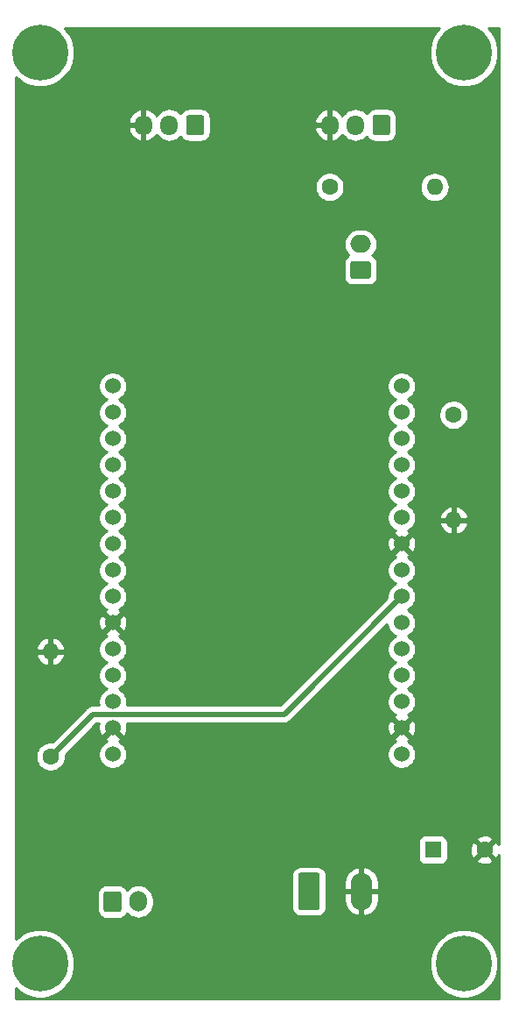
<source format=gbr>
G04 #@! TF.GenerationSoftware,KiCad,Pcbnew,(5.1.4)-1*
G04 #@! TF.CreationDate,2022-03-06T23:24:09-05:00*
G04 #@! TF.ProjectId,wifi_remote_leds,77696669-5f72-4656-9d6f-74655f6c6564,rev?*
G04 #@! TF.SameCoordinates,Original*
G04 #@! TF.FileFunction,Copper,L2,Bot*
G04 #@! TF.FilePolarity,Positive*
%FSLAX46Y46*%
G04 Gerber Fmt 4.6, Leading zero omitted, Abs format (unit mm)*
G04 Created by KiCad (PCBNEW (5.1.4)-1) date 2022-03-06 23:24:09*
%MOMM*%
%LPD*%
G04 APERTURE LIST*
%ADD10O,2.080000X3.600000*%
%ADD11C,0.100000*%
%ADD12C,2.080000*%
%ADD13C,1.524000*%
%ADD14O,2.000000X1.700000*%
%ADD15C,1.700000*%
%ADD16O,1.700000X2.000000*%
%ADD17O,1.600000X1.600000*%
%ADD18C,1.600000*%
%ADD19O,1.700000X1.950000*%
%ADD20C,5.400000*%
%ADD21R,1.600000X1.600000*%
%ADD22C,0.500000*%
%ADD23C,0.254000*%
G04 APERTURE END LIST*
D10*
X110080000Y-109000000D03*
D11*
G36*
X105814505Y-107201204D02*
G01*
X105838773Y-107204804D01*
X105862572Y-107210765D01*
X105885671Y-107219030D01*
X105907850Y-107229520D01*
X105928893Y-107242132D01*
X105948599Y-107256747D01*
X105966777Y-107273223D01*
X105983253Y-107291401D01*
X105997868Y-107311107D01*
X106010480Y-107332150D01*
X106020970Y-107354329D01*
X106029235Y-107377428D01*
X106035196Y-107401227D01*
X106038796Y-107425495D01*
X106040000Y-107449999D01*
X106040000Y-110550001D01*
X106038796Y-110574505D01*
X106035196Y-110598773D01*
X106029235Y-110622572D01*
X106020970Y-110645671D01*
X106010480Y-110667850D01*
X105997868Y-110688893D01*
X105983253Y-110708599D01*
X105966777Y-110726777D01*
X105948599Y-110743253D01*
X105928893Y-110757868D01*
X105907850Y-110770480D01*
X105885671Y-110780970D01*
X105862572Y-110789235D01*
X105838773Y-110795196D01*
X105814505Y-110798796D01*
X105790001Y-110800000D01*
X104209999Y-110800000D01*
X104185495Y-110798796D01*
X104161227Y-110795196D01*
X104137428Y-110789235D01*
X104114329Y-110780970D01*
X104092150Y-110770480D01*
X104071107Y-110757868D01*
X104051401Y-110743253D01*
X104033223Y-110726777D01*
X104016747Y-110708599D01*
X104002132Y-110688893D01*
X103989520Y-110667850D01*
X103979030Y-110645671D01*
X103970765Y-110622572D01*
X103964804Y-110598773D01*
X103961204Y-110574505D01*
X103960000Y-110550001D01*
X103960000Y-107449999D01*
X103961204Y-107425495D01*
X103964804Y-107401227D01*
X103970765Y-107377428D01*
X103979030Y-107354329D01*
X103989520Y-107332150D01*
X104002132Y-107311107D01*
X104016747Y-107291401D01*
X104033223Y-107273223D01*
X104051401Y-107256747D01*
X104071107Y-107242132D01*
X104092150Y-107229520D01*
X104114329Y-107219030D01*
X104137428Y-107210765D01*
X104161227Y-107204804D01*
X104185495Y-107201204D01*
X104209999Y-107200000D01*
X105790001Y-107200000D01*
X105814505Y-107201204D01*
X105814505Y-107201204D01*
G37*
D12*
X105000000Y-109000000D03*
D13*
X113970000Y-60220000D03*
X113970000Y-62760000D03*
X113970000Y-65300000D03*
X113970000Y-67840000D03*
X113970000Y-70380000D03*
X113970000Y-72920000D03*
X113970000Y-75460000D03*
X113970000Y-78000000D03*
X113970000Y-80540000D03*
X113970000Y-83080000D03*
X113970000Y-85620000D03*
X113970000Y-88160000D03*
X113970000Y-90700000D03*
X113970000Y-93240000D03*
X113970000Y-95780000D03*
X86030000Y-95780000D03*
X86030000Y-93240000D03*
X86030000Y-90700000D03*
X86030000Y-88160000D03*
X86030000Y-85620000D03*
X86030000Y-83080000D03*
X86030000Y-80540000D03*
X86030000Y-78000000D03*
X86030000Y-75460000D03*
X86030000Y-72920000D03*
X86030000Y-70380000D03*
X86030000Y-67840000D03*
X86030000Y-65300000D03*
X86030000Y-62760000D03*
X86030000Y-60220000D03*
D14*
X110000000Y-46500000D03*
D11*
G36*
X110774504Y-48151204D02*
G01*
X110798773Y-48154804D01*
X110822571Y-48160765D01*
X110845671Y-48169030D01*
X110867849Y-48179520D01*
X110888893Y-48192133D01*
X110908598Y-48206747D01*
X110926777Y-48223223D01*
X110943253Y-48241402D01*
X110957867Y-48261107D01*
X110970480Y-48282151D01*
X110980970Y-48304329D01*
X110989235Y-48327429D01*
X110995196Y-48351227D01*
X110998796Y-48375496D01*
X111000000Y-48400000D01*
X111000000Y-49600000D01*
X110998796Y-49624504D01*
X110995196Y-49648773D01*
X110989235Y-49672571D01*
X110980970Y-49695671D01*
X110970480Y-49717849D01*
X110957867Y-49738893D01*
X110943253Y-49758598D01*
X110926777Y-49776777D01*
X110908598Y-49793253D01*
X110888893Y-49807867D01*
X110867849Y-49820480D01*
X110845671Y-49830970D01*
X110822571Y-49839235D01*
X110798773Y-49845196D01*
X110774504Y-49848796D01*
X110750000Y-49850000D01*
X109250000Y-49850000D01*
X109225496Y-49848796D01*
X109201227Y-49845196D01*
X109177429Y-49839235D01*
X109154329Y-49830970D01*
X109132151Y-49820480D01*
X109111107Y-49807867D01*
X109091402Y-49793253D01*
X109073223Y-49776777D01*
X109056747Y-49758598D01*
X109042133Y-49738893D01*
X109029520Y-49717849D01*
X109019030Y-49695671D01*
X109010765Y-49672571D01*
X109004804Y-49648773D01*
X109001204Y-49624504D01*
X109000000Y-49600000D01*
X109000000Y-48400000D01*
X109001204Y-48375496D01*
X109004804Y-48351227D01*
X109010765Y-48327429D01*
X109019030Y-48304329D01*
X109029520Y-48282151D01*
X109042133Y-48261107D01*
X109056747Y-48241402D01*
X109073223Y-48223223D01*
X109091402Y-48206747D01*
X109111107Y-48192133D01*
X109132151Y-48179520D01*
X109154329Y-48169030D01*
X109177429Y-48160765D01*
X109201227Y-48154804D01*
X109225496Y-48151204D01*
X109250000Y-48150000D01*
X110750000Y-48150000D01*
X110774504Y-48151204D01*
X110774504Y-48151204D01*
G37*
D15*
X110000000Y-49000000D03*
D16*
X88500000Y-110000000D03*
D11*
G36*
X86624504Y-109001204D02*
G01*
X86648773Y-109004804D01*
X86672571Y-109010765D01*
X86695671Y-109019030D01*
X86717849Y-109029520D01*
X86738893Y-109042133D01*
X86758598Y-109056747D01*
X86776777Y-109073223D01*
X86793253Y-109091402D01*
X86807867Y-109111107D01*
X86820480Y-109132151D01*
X86830970Y-109154329D01*
X86839235Y-109177429D01*
X86845196Y-109201227D01*
X86848796Y-109225496D01*
X86850000Y-109250000D01*
X86850000Y-110750000D01*
X86848796Y-110774504D01*
X86845196Y-110798773D01*
X86839235Y-110822571D01*
X86830970Y-110845671D01*
X86820480Y-110867849D01*
X86807867Y-110888893D01*
X86793253Y-110908598D01*
X86776777Y-110926777D01*
X86758598Y-110943253D01*
X86738893Y-110957867D01*
X86717849Y-110970480D01*
X86695671Y-110980970D01*
X86672571Y-110989235D01*
X86648773Y-110995196D01*
X86624504Y-110998796D01*
X86600000Y-111000000D01*
X85400000Y-111000000D01*
X85375496Y-110998796D01*
X85351227Y-110995196D01*
X85327429Y-110989235D01*
X85304329Y-110980970D01*
X85282151Y-110970480D01*
X85261107Y-110957867D01*
X85241402Y-110943253D01*
X85223223Y-110926777D01*
X85206747Y-110908598D01*
X85192133Y-110888893D01*
X85179520Y-110867849D01*
X85169030Y-110845671D01*
X85160765Y-110822571D01*
X85154804Y-110798773D01*
X85151204Y-110774504D01*
X85150000Y-110750000D01*
X85150000Y-109250000D01*
X85151204Y-109225496D01*
X85154804Y-109201227D01*
X85160765Y-109177429D01*
X85169030Y-109154329D01*
X85179520Y-109132151D01*
X85192133Y-109111107D01*
X85206747Y-109091402D01*
X85223223Y-109073223D01*
X85241402Y-109056747D01*
X85261107Y-109042133D01*
X85282151Y-109029520D01*
X85304329Y-109019030D01*
X85327429Y-109010765D01*
X85351227Y-109004804D01*
X85375496Y-109001204D01*
X85400000Y-109000000D01*
X86600000Y-109000000D01*
X86624504Y-109001204D01*
X86624504Y-109001204D01*
G37*
D15*
X86000000Y-110000000D03*
D17*
X117160000Y-41000000D03*
D18*
X107000000Y-41000000D03*
D17*
X119000000Y-73160000D03*
D18*
X119000000Y-63000000D03*
D17*
X80000000Y-85840000D03*
D18*
X80000000Y-96000000D03*
D19*
X107000000Y-35000000D03*
X109500000Y-35000000D03*
D11*
G36*
X112624504Y-34026204D02*
G01*
X112648773Y-34029804D01*
X112672571Y-34035765D01*
X112695671Y-34044030D01*
X112717849Y-34054520D01*
X112738893Y-34067133D01*
X112758598Y-34081747D01*
X112776777Y-34098223D01*
X112793253Y-34116402D01*
X112807867Y-34136107D01*
X112820480Y-34157151D01*
X112830970Y-34179329D01*
X112839235Y-34202429D01*
X112845196Y-34226227D01*
X112848796Y-34250496D01*
X112850000Y-34275000D01*
X112850000Y-35725000D01*
X112848796Y-35749504D01*
X112845196Y-35773773D01*
X112839235Y-35797571D01*
X112830970Y-35820671D01*
X112820480Y-35842849D01*
X112807867Y-35863893D01*
X112793253Y-35883598D01*
X112776777Y-35901777D01*
X112758598Y-35918253D01*
X112738893Y-35932867D01*
X112717849Y-35945480D01*
X112695671Y-35955970D01*
X112672571Y-35964235D01*
X112648773Y-35970196D01*
X112624504Y-35973796D01*
X112600000Y-35975000D01*
X111400000Y-35975000D01*
X111375496Y-35973796D01*
X111351227Y-35970196D01*
X111327429Y-35964235D01*
X111304329Y-35955970D01*
X111282151Y-35945480D01*
X111261107Y-35932867D01*
X111241402Y-35918253D01*
X111223223Y-35901777D01*
X111206747Y-35883598D01*
X111192133Y-35863893D01*
X111179520Y-35842849D01*
X111169030Y-35820671D01*
X111160765Y-35797571D01*
X111154804Y-35773773D01*
X111151204Y-35749504D01*
X111150000Y-35725000D01*
X111150000Y-34275000D01*
X111151204Y-34250496D01*
X111154804Y-34226227D01*
X111160765Y-34202429D01*
X111169030Y-34179329D01*
X111179520Y-34157151D01*
X111192133Y-34136107D01*
X111206747Y-34116402D01*
X111223223Y-34098223D01*
X111241402Y-34081747D01*
X111261107Y-34067133D01*
X111282151Y-34054520D01*
X111304329Y-34044030D01*
X111327429Y-34035765D01*
X111351227Y-34029804D01*
X111375496Y-34026204D01*
X111400000Y-34025000D01*
X112600000Y-34025000D01*
X112624504Y-34026204D01*
X112624504Y-34026204D01*
G37*
D15*
X112000000Y-35000000D03*
D19*
X89000000Y-35000000D03*
X91500000Y-35000000D03*
D11*
G36*
X94624504Y-34026204D02*
G01*
X94648773Y-34029804D01*
X94672571Y-34035765D01*
X94695671Y-34044030D01*
X94717849Y-34054520D01*
X94738893Y-34067133D01*
X94758598Y-34081747D01*
X94776777Y-34098223D01*
X94793253Y-34116402D01*
X94807867Y-34136107D01*
X94820480Y-34157151D01*
X94830970Y-34179329D01*
X94839235Y-34202429D01*
X94845196Y-34226227D01*
X94848796Y-34250496D01*
X94850000Y-34275000D01*
X94850000Y-35725000D01*
X94848796Y-35749504D01*
X94845196Y-35773773D01*
X94839235Y-35797571D01*
X94830970Y-35820671D01*
X94820480Y-35842849D01*
X94807867Y-35863893D01*
X94793253Y-35883598D01*
X94776777Y-35901777D01*
X94758598Y-35918253D01*
X94738893Y-35932867D01*
X94717849Y-35945480D01*
X94695671Y-35955970D01*
X94672571Y-35964235D01*
X94648773Y-35970196D01*
X94624504Y-35973796D01*
X94600000Y-35975000D01*
X93400000Y-35975000D01*
X93375496Y-35973796D01*
X93351227Y-35970196D01*
X93327429Y-35964235D01*
X93304329Y-35955970D01*
X93282151Y-35945480D01*
X93261107Y-35932867D01*
X93241402Y-35918253D01*
X93223223Y-35901777D01*
X93206747Y-35883598D01*
X93192133Y-35863893D01*
X93179520Y-35842849D01*
X93169030Y-35820671D01*
X93160765Y-35797571D01*
X93154804Y-35773773D01*
X93151204Y-35749504D01*
X93150000Y-35725000D01*
X93150000Y-34275000D01*
X93151204Y-34250496D01*
X93154804Y-34226227D01*
X93160765Y-34202429D01*
X93169030Y-34179329D01*
X93179520Y-34157151D01*
X93192133Y-34136107D01*
X93206747Y-34116402D01*
X93223223Y-34098223D01*
X93241402Y-34081747D01*
X93261107Y-34067133D01*
X93282151Y-34054520D01*
X93304329Y-34044030D01*
X93327429Y-34035765D01*
X93351227Y-34029804D01*
X93375496Y-34026204D01*
X93400000Y-34025000D01*
X94600000Y-34025000D01*
X94624504Y-34026204D01*
X94624504Y-34026204D01*
G37*
D15*
X94000000Y-35000000D03*
D20*
X120000000Y-116000000D03*
X120000000Y-28000000D03*
X79000000Y-116000000D03*
X79000000Y-28000000D03*
D18*
X122000000Y-105000000D03*
D21*
X117000000Y-105000000D03*
D22*
X84087999Y-91912001D02*
X80799999Y-95200001D01*
X113970000Y-80540000D02*
X102597999Y-91912001D01*
X102597999Y-91912001D02*
X84087999Y-91912001D01*
X80799999Y-95200001D02*
X80000000Y-96000000D01*
D23*
G36*
X117409536Y-25874061D02*
G01*
X117044561Y-26420285D01*
X116793162Y-27027216D01*
X116665000Y-27671531D01*
X116665000Y-28328469D01*
X116793162Y-28972784D01*
X117044561Y-29579715D01*
X117409536Y-30125939D01*
X117874061Y-30590464D01*
X118420285Y-30955439D01*
X119027216Y-31206838D01*
X119671531Y-31335000D01*
X120328469Y-31335000D01*
X120972784Y-31206838D01*
X121579715Y-30955439D01*
X122125939Y-30590464D01*
X122590464Y-30125939D01*
X122955439Y-29579715D01*
X123206838Y-28972784D01*
X123335000Y-28328469D01*
X123335000Y-27671531D01*
X123206838Y-27027216D01*
X122955439Y-26420285D01*
X122590464Y-25874061D01*
X122376403Y-25660000D01*
X123340001Y-25660000D01*
X123340000Y-104485485D01*
X123303603Y-104383708D01*
X123236671Y-104258486D01*
X122992702Y-104186903D01*
X122179605Y-105000000D01*
X122992702Y-105813097D01*
X123236671Y-105741514D01*
X123340000Y-105523138D01*
X123340000Y-119340000D01*
X76660000Y-119340000D01*
X76660000Y-118376403D01*
X76874061Y-118590464D01*
X77420285Y-118955439D01*
X78027216Y-119206838D01*
X78671531Y-119335000D01*
X79328469Y-119335000D01*
X79972784Y-119206838D01*
X80579715Y-118955439D01*
X81125939Y-118590464D01*
X81590464Y-118125939D01*
X81955439Y-117579715D01*
X82206838Y-116972784D01*
X82335000Y-116328469D01*
X82335000Y-115671531D01*
X116665000Y-115671531D01*
X116665000Y-116328469D01*
X116793162Y-116972784D01*
X117044561Y-117579715D01*
X117409536Y-118125939D01*
X117874061Y-118590464D01*
X118420285Y-118955439D01*
X119027216Y-119206838D01*
X119671531Y-119335000D01*
X120328469Y-119335000D01*
X120972784Y-119206838D01*
X121579715Y-118955439D01*
X122125939Y-118590464D01*
X122590464Y-118125939D01*
X122955439Y-117579715D01*
X123206838Y-116972784D01*
X123335000Y-116328469D01*
X123335000Y-115671531D01*
X123206838Y-115027216D01*
X122955439Y-114420285D01*
X122590464Y-113874061D01*
X122125939Y-113409536D01*
X121579715Y-113044561D01*
X120972784Y-112793162D01*
X120328469Y-112665000D01*
X119671531Y-112665000D01*
X119027216Y-112793162D01*
X118420285Y-113044561D01*
X117874061Y-113409536D01*
X117409536Y-113874061D01*
X117044561Y-114420285D01*
X116793162Y-115027216D01*
X116665000Y-115671531D01*
X82335000Y-115671531D01*
X82206838Y-115027216D01*
X81955439Y-114420285D01*
X81590464Y-113874061D01*
X81125939Y-113409536D01*
X80579715Y-113044561D01*
X79972784Y-112793162D01*
X79328469Y-112665000D01*
X78671531Y-112665000D01*
X78027216Y-112793162D01*
X77420285Y-113044561D01*
X76874061Y-113409536D01*
X76660000Y-113623597D01*
X76660000Y-109250000D01*
X84511928Y-109250000D01*
X84511928Y-110750000D01*
X84528992Y-110923254D01*
X84579528Y-111089850D01*
X84661595Y-111243386D01*
X84772038Y-111377962D01*
X84906614Y-111488405D01*
X85060150Y-111570472D01*
X85226746Y-111621008D01*
X85400000Y-111638072D01*
X86600000Y-111638072D01*
X86773254Y-111621008D01*
X86939850Y-111570472D01*
X87093386Y-111488405D01*
X87227962Y-111377962D01*
X87338405Y-111243386D01*
X87392777Y-111141663D01*
X87444866Y-111205134D01*
X87670987Y-111390706D01*
X87928967Y-111528599D01*
X88208890Y-111613513D01*
X88500000Y-111642185D01*
X88791111Y-111613513D01*
X89071034Y-111528599D01*
X89329014Y-111390706D01*
X89555134Y-111205134D01*
X89740706Y-110979014D01*
X89878599Y-110721033D01*
X89963513Y-110441110D01*
X89985000Y-110222949D01*
X89985000Y-109777050D01*
X89963513Y-109558889D01*
X89878599Y-109278966D01*
X89740706Y-109020986D01*
X89555134Y-108794866D01*
X89329013Y-108609294D01*
X89071033Y-108471401D01*
X88791110Y-108386487D01*
X88500000Y-108357815D01*
X88208889Y-108386487D01*
X87928966Y-108471401D01*
X87670986Y-108609294D01*
X87444866Y-108794866D01*
X87392777Y-108858337D01*
X87338405Y-108756614D01*
X87227962Y-108622038D01*
X87093386Y-108511595D01*
X86939850Y-108429528D01*
X86773254Y-108378992D01*
X86600000Y-108361928D01*
X85400000Y-108361928D01*
X85226746Y-108378992D01*
X85060150Y-108429528D01*
X84906614Y-108511595D01*
X84772038Y-108622038D01*
X84661595Y-108756614D01*
X84579528Y-108910150D01*
X84528992Y-109076746D01*
X84511928Y-109250000D01*
X76660000Y-109250000D01*
X76660000Y-107449999D01*
X103321928Y-107449999D01*
X103321928Y-110550001D01*
X103338992Y-110723255D01*
X103389528Y-110889851D01*
X103471595Y-111043387D01*
X103582038Y-111177962D01*
X103716613Y-111288405D01*
X103870149Y-111370472D01*
X104036745Y-111421008D01*
X104209999Y-111438072D01*
X105790001Y-111438072D01*
X105963255Y-111421008D01*
X106129851Y-111370472D01*
X106283387Y-111288405D01*
X106417962Y-111177962D01*
X106528405Y-111043387D01*
X106610472Y-110889851D01*
X106661008Y-110723255D01*
X106678072Y-110550001D01*
X106678072Y-109127000D01*
X108405000Y-109127000D01*
X108405000Y-109887000D01*
X108461961Y-110211336D01*
X108581102Y-110518327D01*
X108757845Y-110796176D01*
X108985398Y-111034206D01*
X109255016Y-111223269D01*
X109556337Y-111356099D01*
X109693290Y-111389748D01*
X109953000Y-111270922D01*
X109953000Y-109127000D01*
X110207000Y-109127000D01*
X110207000Y-111270922D01*
X110466710Y-111389748D01*
X110603663Y-111356099D01*
X110904984Y-111223269D01*
X111174602Y-111034206D01*
X111402155Y-110796176D01*
X111578898Y-110518327D01*
X111698039Y-110211336D01*
X111755000Y-109887000D01*
X111755000Y-109127000D01*
X110207000Y-109127000D01*
X109953000Y-109127000D01*
X108405000Y-109127000D01*
X106678072Y-109127000D01*
X106678072Y-108113000D01*
X108405000Y-108113000D01*
X108405000Y-108873000D01*
X109953000Y-108873000D01*
X109953000Y-106729078D01*
X110207000Y-106729078D01*
X110207000Y-108873000D01*
X111755000Y-108873000D01*
X111755000Y-108113000D01*
X111698039Y-107788664D01*
X111578898Y-107481673D01*
X111402155Y-107203824D01*
X111174602Y-106965794D01*
X110904984Y-106776731D01*
X110603663Y-106643901D01*
X110466710Y-106610252D01*
X110207000Y-106729078D01*
X109953000Y-106729078D01*
X109693290Y-106610252D01*
X109556337Y-106643901D01*
X109255016Y-106776731D01*
X108985398Y-106965794D01*
X108757845Y-107203824D01*
X108581102Y-107481673D01*
X108461961Y-107788664D01*
X108405000Y-108113000D01*
X106678072Y-108113000D01*
X106678072Y-107449999D01*
X106661008Y-107276745D01*
X106610472Y-107110149D01*
X106528405Y-106956613D01*
X106417962Y-106822038D01*
X106283387Y-106711595D01*
X106129851Y-106629528D01*
X105963255Y-106578992D01*
X105790001Y-106561928D01*
X104209999Y-106561928D01*
X104036745Y-106578992D01*
X103870149Y-106629528D01*
X103716613Y-106711595D01*
X103582038Y-106822038D01*
X103471595Y-106956613D01*
X103389528Y-107110149D01*
X103338992Y-107276745D01*
X103321928Y-107449999D01*
X76660000Y-107449999D01*
X76660000Y-104200000D01*
X115561928Y-104200000D01*
X115561928Y-105800000D01*
X115574188Y-105924482D01*
X115610498Y-106044180D01*
X115669463Y-106154494D01*
X115748815Y-106251185D01*
X115845506Y-106330537D01*
X115955820Y-106389502D01*
X116075518Y-106425812D01*
X116200000Y-106438072D01*
X117800000Y-106438072D01*
X117924482Y-106425812D01*
X118044180Y-106389502D01*
X118154494Y-106330537D01*
X118251185Y-106251185D01*
X118330537Y-106154494D01*
X118389502Y-106044180D01*
X118405117Y-105992702D01*
X121186903Y-105992702D01*
X121258486Y-106236671D01*
X121513996Y-106357571D01*
X121788184Y-106426300D01*
X122070512Y-106440217D01*
X122350130Y-106398787D01*
X122616292Y-106303603D01*
X122741514Y-106236671D01*
X122813097Y-105992702D01*
X122000000Y-105179605D01*
X121186903Y-105992702D01*
X118405117Y-105992702D01*
X118425812Y-105924482D01*
X118438072Y-105800000D01*
X118438072Y-105070512D01*
X120559783Y-105070512D01*
X120601213Y-105350130D01*
X120696397Y-105616292D01*
X120763329Y-105741514D01*
X121007298Y-105813097D01*
X121820395Y-105000000D01*
X121007298Y-104186903D01*
X120763329Y-104258486D01*
X120642429Y-104513996D01*
X120573700Y-104788184D01*
X120559783Y-105070512D01*
X118438072Y-105070512D01*
X118438072Y-104200000D01*
X118425812Y-104075518D01*
X118405118Y-104007298D01*
X121186903Y-104007298D01*
X122000000Y-104820395D01*
X122813097Y-104007298D01*
X122741514Y-103763329D01*
X122486004Y-103642429D01*
X122211816Y-103573700D01*
X121929488Y-103559783D01*
X121649870Y-103601213D01*
X121383708Y-103696397D01*
X121258486Y-103763329D01*
X121186903Y-104007298D01*
X118405118Y-104007298D01*
X118389502Y-103955820D01*
X118330537Y-103845506D01*
X118251185Y-103748815D01*
X118154494Y-103669463D01*
X118044180Y-103610498D01*
X117924482Y-103574188D01*
X117800000Y-103561928D01*
X116200000Y-103561928D01*
X116075518Y-103574188D01*
X115955820Y-103610498D01*
X115845506Y-103669463D01*
X115748815Y-103748815D01*
X115669463Y-103845506D01*
X115610498Y-103955820D01*
X115574188Y-104075518D01*
X115561928Y-104200000D01*
X76660000Y-104200000D01*
X76660000Y-95858665D01*
X78565000Y-95858665D01*
X78565000Y-96141335D01*
X78620147Y-96418574D01*
X78728320Y-96679727D01*
X78885363Y-96914759D01*
X79085241Y-97114637D01*
X79320273Y-97271680D01*
X79581426Y-97379853D01*
X79858665Y-97435000D01*
X80141335Y-97435000D01*
X80418574Y-97379853D01*
X80679727Y-97271680D01*
X80914759Y-97114637D01*
X81114637Y-96914759D01*
X81271680Y-96679727D01*
X81379853Y-96418574D01*
X81435000Y-96141335D01*
X81435000Y-95858665D01*
X81428017Y-95823562D01*
X81456531Y-95795048D01*
X81456535Y-95795043D01*
X81609170Y-95642408D01*
X84633000Y-95642408D01*
X84633000Y-95917592D01*
X84686686Y-96187490D01*
X84791995Y-96441727D01*
X84944880Y-96670535D01*
X85139465Y-96865120D01*
X85368273Y-97018005D01*
X85622510Y-97123314D01*
X85892408Y-97177000D01*
X86167592Y-97177000D01*
X86437490Y-97123314D01*
X86691727Y-97018005D01*
X86920535Y-96865120D01*
X87115120Y-96670535D01*
X87268005Y-96441727D01*
X87373314Y-96187490D01*
X87427000Y-95917592D01*
X87427000Y-95642408D01*
X112573000Y-95642408D01*
X112573000Y-95917592D01*
X112626686Y-96187490D01*
X112731995Y-96441727D01*
X112884880Y-96670535D01*
X113079465Y-96865120D01*
X113308273Y-97018005D01*
X113562510Y-97123314D01*
X113832408Y-97177000D01*
X114107592Y-97177000D01*
X114377490Y-97123314D01*
X114631727Y-97018005D01*
X114860535Y-96865120D01*
X115055120Y-96670535D01*
X115208005Y-96441727D01*
X115313314Y-96187490D01*
X115367000Y-95917592D01*
X115367000Y-95642408D01*
X115313314Y-95372510D01*
X115208005Y-95118273D01*
X115055120Y-94889465D01*
X114860535Y-94694880D01*
X114631727Y-94541995D01*
X114560057Y-94512308D01*
X114573023Y-94507636D01*
X114688980Y-94445656D01*
X114755960Y-94205565D01*
X113970000Y-93419605D01*
X113184040Y-94205565D01*
X113251020Y-94445656D01*
X113386760Y-94509485D01*
X113308273Y-94541995D01*
X113079465Y-94694880D01*
X112884880Y-94889465D01*
X112731995Y-95118273D01*
X112626686Y-95372510D01*
X112573000Y-95642408D01*
X87427000Y-95642408D01*
X87373314Y-95372510D01*
X87268005Y-95118273D01*
X87115120Y-94889465D01*
X86920535Y-94694880D01*
X86691727Y-94541995D01*
X86620057Y-94512308D01*
X86633023Y-94507636D01*
X86748980Y-94445656D01*
X86815960Y-94205565D01*
X86030000Y-93419605D01*
X85244040Y-94205565D01*
X85311020Y-94445656D01*
X85446760Y-94509485D01*
X85368273Y-94541995D01*
X85139465Y-94694880D01*
X84944880Y-94889465D01*
X84791995Y-95118273D01*
X84686686Y-95372510D01*
X84633000Y-95642408D01*
X81609170Y-95642408D01*
X84454578Y-92797001D01*
X84700557Y-92797001D01*
X84640977Y-93037135D01*
X84628090Y-93312017D01*
X84669078Y-93584133D01*
X84762364Y-93843023D01*
X84824344Y-93958980D01*
X85064435Y-94025960D01*
X85850395Y-93240000D01*
X85836253Y-93225858D01*
X86015858Y-93046253D01*
X86030000Y-93060395D01*
X86044143Y-93046253D01*
X86223748Y-93225858D01*
X86209605Y-93240000D01*
X86995565Y-94025960D01*
X87235656Y-93958980D01*
X87352756Y-93709952D01*
X87419023Y-93442865D01*
X87425157Y-93312017D01*
X112568090Y-93312017D01*
X112609078Y-93584133D01*
X112702364Y-93843023D01*
X112764344Y-93958980D01*
X113004435Y-94025960D01*
X113790395Y-93240000D01*
X114149605Y-93240000D01*
X114935565Y-94025960D01*
X115175656Y-93958980D01*
X115292756Y-93709952D01*
X115359023Y-93442865D01*
X115371910Y-93167983D01*
X115330922Y-92895867D01*
X115237636Y-92636977D01*
X115175656Y-92521020D01*
X114935565Y-92454040D01*
X114149605Y-93240000D01*
X113790395Y-93240000D01*
X113004435Y-92454040D01*
X112764344Y-92521020D01*
X112647244Y-92770048D01*
X112580977Y-93037135D01*
X112568090Y-93312017D01*
X87425157Y-93312017D01*
X87431910Y-93167983D01*
X87390922Y-92895867D01*
X87355298Y-92797001D01*
X102554530Y-92797001D01*
X102597999Y-92801282D01*
X102641468Y-92797001D01*
X102641476Y-92797001D01*
X102771489Y-92784196D01*
X102938312Y-92733590D01*
X103092058Y-92651412D01*
X103226816Y-92540818D01*
X103254533Y-92507045D01*
X112573000Y-83188579D01*
X112573000Y-83217592D01*
X112626686Y-83487490D01*
X112731995Y-83741727D01*
X112884880Y-83970535D01*
X113079465Y-84165120D01*
X113308273Y-84318005D01*
X113385515Y-84350000D01*
X113308273Y-84381995D01*
X113079465Y-84534880D01*
X112884880Y-84729465D01*
X112731995Y-84958273D01*
X112626686Y-85212510D01*
X112573000Y-85482408D01*
X112573000Y-85757592D01*
X112626686Y-86027490D01*
X112731995Y-86281727D01*
X112884880Y-86510535D01*
X113079465Y-86705120D01*
X113308273Y-86858005D01*
X113385515Y-86890000D01*
X113308273Y-86921995D01*
X113079465Y-87074880D01*
X112884880Y-87269465D01*
X112731995Y-87498273D01*
X112626686Y-87752510D01*
X112573000Y-88022408D01*
X112573000Y-88297592D01*
X112626686Y-88567490D01*
X112731995Y-88821727D01*
X112884880Y-89050535D01*
X113079465Y-89245120D01*
X113308273Y-89398005D01*
X113385515Y-89430000D01*
X113308273Y-89461995D01*
X113079465Y-89614880D01*
X112884880Y-89809465D01*
X112731995Y-90038273D01*
X112626686Y-90292510D01*
X112573000Y-90562408D01*
X112573000Y-90837592D01*
X112626686Y-91107490D01*
X112731995Y-91361727D01*
X112884880Y-91590535D01*
X113079465Y-91785120D01*
X113308273Y-91938005D01*
X113379943Y-91967692D01*
X113366977Y-91972364D01*
X113251020Y-92034344D01*
X113184040Y-92274435D01*
X113970000Y-93060395D01*
X114755960Y-92274435D01*
X114688980Y-92034344D01*
X114553240Y-91970515D01*
X114631727Y-91938005D01*
X114860535Y-91785120D01*
X115055120Y-91590535D01*
X115208005Y-91361727D01*
X115313314Y-91107490D01*
X115367000Y-90837592D01*
X115367000Y-90562408D01*
X115313314Y-90292510D01*
X115208005Y-90038273D01*
X115055120Y-89809465D01*
X114860535Y-89614880D01*
X114631727Y-89461995D01*
X114554485Y-89430000D01*
X114631727Y-89398005D01*
X114860535Y-89245120D01*
X115055120Y-89050535D01*
X115208005Y-88821727D01*
X115313314Y-88567490D01*
X115367000Y-88297592D01*
X115367000Y-88022408D01*
X115313314Y-87752510D01*
X115208005Y-87498273D01*
X115055120Y-87269465D01*
X114860535Y-87074880D01*
X114631727Y-86921995D01*
X114554485Y-86890000D01*
X114631727Y-86858005D01*
X114860535Y-86705120D01*
X115055120Y-86510535D01*
X115208005Y-86281727D01*
X115313314Y-86027490D01*
X115367000Y-85757592D01*
X115367000Y-85482408D01*
X115313314Y-85212510D01*
X115208005Y-84958273D01*
X115055120Y-84729465D01*
X114860535Y-84534880D01*
X114631727Y-84381995D01*
X114554485Y-84350000D01*
X114631727Y-84318005D01*
X114860535Y-84165120D01*
X115055120Y-83970535D01*
X115208005Y-83741727D01*
X115313314Y-83487490D01*
X115367000Y-83217592D01*
X115367000Y-82942408D01*
X115313314Y-82672510D01*
X115208005Y-82418273D01*
X115055120Y-82189465D01*
X114860535Y-81994880D01*
X114631727Y-81841995D01*
X114554485Y-81810000D01*
X114631727Y-81778005D01*
X114860535Y-81625120D01*
X115055120Y-81430535D01*
X115208005Y-81201727D01*
X115313314Y-80947490D01*
X115367000Y-80677592D01*
X115367000Y-80402408D01*
X115313314Y-80132510D01*
X115208005Y-79878273D01*
X115055120Y-79649465D01*
X114860535Y-79454880D01*
X114631727Y-79301995D01*
X114554485Y-79270000D01*
X114631727Y-79238005D01*
X114860535Y-79085120D01*
X115055120Y-78890535D01*
X115208005Y-78661727D01*
X115313314Y-78407490D01*
X115367000Y-78137592D01*
X115367000Y-77862408D01*
X115313314Y-77592510D01*
X115208005Y-77338273D01*
X115055120Y-77109465D01*
X114860535Y-76914880D01*
X114631727Y-76761995D01*
X114560057Y-76732308D01*
X114573023Y-76727636D01*
X114688980Y-76665656D01*
X114755960Y-76425565D01*
X113970000Y-75639605D01*
X113184040Y-76425565D01*
X113251020Y-76665656D01*
X113386760Y-76729485D01*
X113308273Y-76761995D01*
X113079465Y-76914880D01*
X112884880Y-77109465D01*
X112731995Y-77338273D01*
X112626686Y-77592510D01*
X112573000Y-77862408D01*
X112573000Y-78137592D01*
X112626686Y-78407490D01*
X112731995Y-78661727D01*
X112884880Y-78890535D01*
X113079465Y-79085120D01*
X113308273Y-79238005D01*
X113385515Y-79270000D01*
X113308273Y-79301995D01*
X113079465Y-79454880D01*
X112884880Y-79649465D01*
X112731995Y-79878273D01*
X112626686Y-80132510D01*
X112573000Y-80402408D01*
X112573000Y-80677592D01*
X112574299Y-80684122D01*
X102231421Y-91027001D01*
X87389324Y-91027001D01*
X87427000Y-90837592D01*
X87427000Y-90562408D01*
X87373314Y-90292510D01*
X87268005Y-90038273D01*
X87115120Y-89809465D01*
X86920535Y-89614880D01*
X86691727Y-89461995D01*
X86614485Y-89430000D01*
X86691727Y-89398005D01*
X86920535Y-89245120D01*
X87115120Y-89050535D01*
X87268005Y-88821727D01*
X87373314Y-88567490D01*
X87427000Y-88297592D01*
X87427000Y-88022408D01*
X87373314Y-87752510D01*
X87268005Y-87498273D01*
X87115120Y-87269465D01*
X86920535Y-87074880D01*
X86691727Y-86921995D01*
X86614485Y-86890000D01*
X86691727Y-86858005D01*
X86920535Y-86705120D01*
X87115120Y-86510535D01*
X87268005Y-86281727D01*
X87373314Y-86027490D01*
X87427000Y-85757592D01*
X87427000Y-85482408D01*
X87373314Y-85212510D01*
X87268005Y-84958273D01*
X87115120Y-84729465D01*
X86920535Y-84534880D01*
X86691727Y-84381995D01*
X86620057Y-84352308D01*
X86633023Y-84347636D01*
X86748980Y-84285656D01*
X86815960Y-84045565D01*
X86030000Y-83259605D01*
X85244040Y-84045565D01*
X85311020Y-84285656D01*
X85446760Y-84349485D01*
X85368273Y-84381995D01*
X85139465Y-84534880D01*
X84944880Y-84729465D01*
X84791995Y-84958273D01*
X84686686Y-85212510D01*
X84633000Y-85482408D01*
X84633000Y-85757592D01*
X84686686Y-86027490D01*
X84791995Y-86281727D01*
X84944880Y-86510535D01*
X85139465Y-86705120D01*
X85368273Y-86858005D01*
X85445515Y-86890000D01*
X85368273Y-86921995D01*
X85139465Y-87074880D01*
X84944880Y-87269465D01*
X84791995Y-87498273D01*
X84686686Y-87752510D01*
X84633000Y-88022408D01*
X84633000Y-88297592D01*
X84686686Y-88567490D01*
X84791995Y-88821727D01*
X84944880Y-89050535D01*
X85139465Y-89245120D01*
X85368273Y-89398005D01*
X85445515Y-89430000D01*
X85368273Y-89461995D01*
X85139465Y-89614880D01*
X84944880Y-89809465D01*
X84791995Y-90038273D01*
X84686686Y-90292510D01*
X84633000Y-90562408D01*
X84633000Y-90837592D01*
X84670676Y-91027001D01*
X84131464Y-91027001D01*
X84087998Y-91022720D01*
X84044532Y-91027001D01*
X84044522Y-91027001D01*
X83914509Y-91039806D01*
X83747686Y-91090412D01*
X83593940Y-91172590D01*
X83593938Y-91172591D01*
X83593939Y-91172591D01*
X83492952Y-91255469D01*
X83492950Y-91255471D01*
X83459182Y-91283184D01*
X83431469Y-91316952D01*
X80204957Y-94543465D01*
X80204952Y-94543469D01*
X80176438Y-94571983D01*
X80141335Y-94565000D01*
X79858665Y-94565000D01*
X79581426Y-94620147D01*
X79320273Y-94728320D01*
X79085241Y-94885363D01*
X78885363Y-95085241D01*
X78728320Y-95320273D01*
X78620147Y-95581426D01*
X78565000Y-95858665D01*
X76660000Y-95858665D01*
X76660000Y-86189040D01*
X78608091Y-86189040D01*
X78702930Y-86453881D01*
X78847615Y-86695131D01*
X79036586Y-86903519D01*
X79262580Y-87071037D01*
X79516913Y-87191246D01*
X79650961Y-87231904D01*
X79873000Y-87109915D01*
X79873000Y-85967000D01*
X80127000Y-85967000D01*
X80127000Y-87109915D01*
X80349039Y-87231904D01*
X80483087Y-87191246D01*
X80737420Y-87071037D01*
X80963414Y-86903519D01*
X81152385Y-86695131D01*
X81297070Y-86453881D01*
X81391909Y-86189040D01*
X81270624Y-85967000D01*
X80127000Y-85967000D01*
X79873000Y-85967000D01*
X78729376Y-85967000D01*
X78608091Y-86189040D01*
X76660000Y-86189040D01*
X76660000Y-85490960D01*
X78608091Y-85490960D01*
X78729376Y-85713000D01*
X79873000Y-85713000D01*
X79873000Y-84570085D01*
X80127000Y-84570085D01*
X80127000Y-85713000D01*
X81270624Y-85713000D01*
X81391909Y-85490960D01*
X81297070Y-85226119D01*
X81152385Y-84984869D01*
X80963414Y-84776481D01*
X80737420Y-84608963D01*
X80483087Y-84488754D01*
X80349039Y-84448096D01*
X80127000Y-84570085D01*
X79873000Y-84570085D01*
X79650961Y-84448096D01*
X79516913Y-84488754D01*
X79262580Y-84608963D01*
X79036586Y-84776481D01*
X78847615Y-84984869D01*
X78702930Y-85226119D01*
X78608091Y-85490960D01*
X76660000Y-85490960D01*
X76660000Y-83152017D01*
X84628090Y-83152017D01*
X84669078Y-83424133D01*
X84762364Y-83683023D01*
X84824344Y-83798980D01*
X85064435Y-83865960D01*
X85850395Y-83080000D01*
X86209605Y-83080000D01*
X86995565Y-83865960D01*
X87235656Y-83798980D01*
X87352756Y-83549952D01*
X87419023Y-83282865D01*
X87431910Y-83007983D01*
X87390922Y-82735867D01*
X87297636Y-82476977D01*
X87235656Y-82361020D01*
X86995565Y-82294040D01*
X86209605Y-83080000D01*
X85850395Y-83080000D01*
X85064435Y-82294040D01*
X84824344Y-82361020D01*
X84707244Y-82610048D01*
X84640977Y-82877135D01*
X84628090Y-83152017D01*
X76660000Y-83152017D01*
X76660000Y-60082408D01*
X84633000Y-60082408D01*
X84633000Y-60357592D01*
X84686686Y-60627490D01*
X84791995Y-60881727D01*
X84944880Y-61110535D01*
X85139465Y-61305120D01*
X85368273Y-61458005D01*
X85445515Y-61490000D01*
X85368273Y-61521995D01*
X85139465Y-61674880D01*
X84944880Y-61869465D01*
X84791995Y-62098273D01*
X84686686Y-62352510D01*
X84633000Y-62622408D01*
X84633000Y-62897592D01*
X84686686Y-63167490D01*
X84791995Y-63421727D01*
X84944880Y-63650535D01*
X85139465Y-63845120D01*
X85368273Y-63998005D01*
X85445515Y-64030000D01*
X85368273Y-64061995D01*
X85139465Y-64214880D01*
X84944880Y-64409465D01*
X84791995Y-64638273D01*
X84686686Y-64892510D01*
X84633000Y-65162408D01*
X84633000Y-65437592D01*
X84686686Y-65707490D01*
X84791995Y-65961727D01*
X84944880Y-66190535D01*
X85139465Y-66385120D01*
X85368273Y-66538005D01*
X85445515Y-66570000D01*
X85368273Y-66601995D01*
X85139465Y-66754880D01*
X84944880Y-66949465D01*
X84791995Y-67178273D01*
X84686686Y-67432510D01*
X84633000Y-67702408D01*
X84633000Y-67977592D01*
X84686686Y-68247490D01*
X84791995Y-68501727D01*
X84944880Y-68730535D01*
X85139465Y-68925120D01*
X85368273Y-69078005D01*
X85445515Y-69110000D01*
X85368273Y-69141995D01*
X85139465Y-69294880D01*
X84944880Y-69489465D01*
X84791995Y-69718273D01*
X84686686Y-69972510D01*
X84633000Y-70242408D01*
X84633000Y-70517592D01*
X84686686Y-70787490D01*
X84791995Y-71041727D01*
X84944880Y-71270535D01*
X85139465Y-71465120D01*
X85368273Y-71618005D01*
X85445515Y-71650000D01*
X85368273Y-71681995D01*
X85139465Y-71834880D01*
X84944880Y-72029465D01*
X84791995Y-72258273D01*
X84686686Y-72512510D01*
X84633000Y-72782408D01*
X84633000Y-73057592D01*
X84686686Y-73327490D01*
X84791995Y-73581727D01*
X84944880Y-73810535D01*
X85139465Y-74005120D01*
X85368273Y-74158005D01*
X85445515Y-74190000D01*
X85368273Y-74221995D01*
X85139465Y-74374880D01*
X84944880Y-74569465D01*
X84791995Y-74798273D01*
X84686686Y-75052510D01*
X84633000Y-75322408D01*
X84633000Y-75597592D01*
X84686686Y-75867490D01*
X84791995Y-76121727D01*
X84944880Y-76350535D01*
X85139465Y-76545120D01*
X85368273Y-76698005D01*
X85445515Y-76730000D01*
X85368273Y-76761995D01*
X85139465Y-76914880D01*
X84944880Y-77109465D01*
X84791995Y-77338273D01*
X84686686Y-77592510D01*
X84633000Y-77862408D01*
X84633000Y-78137592D01*
X84686686Y-78407490D01*
X84791995Y-78661727D01*
X84944880Y-78890535D01*
X85139465Y-79085120D01*
X85368273Y-79238005D01*
X85445515Y-79270000D01*
X85368273Y-79301995D01*
X85139465Y-79454880D01*
X84944880Y-79649465D01*
X84791995Y-79878273D01*
X84686686Y-80132510D01*
X84633000Y-80402408D01*
X84633000Y-80677592D01*
X84686686Y-80947490D01*
X84791995Y-81201727D01*
X84944880Y-81430535D01*
X85139465Y-81625120D01*
X85368273Y-81778005D01*
X85439943Y-81807692D01*
X85426977Y-81812364D01*
X85311020Y-81874344D01*
X85244040Y-82114435D01*
X86030000Y-82900395D01*
X86815960Y-82114435D01*
X86748980Y-81874344D01*
X86613240Y-81810515D01*
X86691727Y-81778005D01*
X86920535Y-81625120D01*
X87115120Y-81430535D01*
X87268005Y-81201727D01*
X87373314Y-80947490D01*
X87427000Y-80677592D01*
X87427000Y-80402408D01*
X87373314Y-80132510D01*
X87268005Y-79878273D01*
X87115120Y-79649465D01*
X86920535Y-79454880D01*
X86691727Y-79301995D01*
X86614485Y-79270000D01*
X86691727Y-79238005D01*
X86920535Y-79085120D01*
X87115120Y-78890535D01*
X87268005Y-78661727D01*
X87373314Y-78407490D01*
X87427000Y-78137592D01*
X87427000Y-77862408D01*
X87373314Y-77592510D01*
X87268005Y-77338273D01*
X87115120Y-77109465D01*
X86920535Y-76914880D01*
X86691727Y-76761995D01*
X86614485Y-76730000D01*
X86691727Y-76698005D01*
X86920535Y-76545120D01*
X87115120Y-76350535D01*
X87268005Y-76121727D01*
X87373314Y-75867490D01*
X87427000Y-75597592D01*
X87427000Y-75532017D01*
X112568090Y-75532017D01*
X112609078Y-75804133D01*
X112702364Y-76063023D01*
X112764344Y-76178980D01*
X113004435Y-76245960D01*
X113790395Y-75460000D01*
X114149605Y-75460000D01*
X114935565Y-76245960D01*
X115175656Y-76178980D01*
X115292756Y-75929952D01*
X115359023Y-75662865D01*
X115371910Y-75387983D01*
X115330922Y-75115867D01*
X115237636Y-74856977D01*
X115175656Y-74741020D01*
X114935565Y-74674040D01*
X114149605Y-75460000D01*
X113790395Y-75460000D01*
X113004435Y-74674040D01*
X112764344Y-74741020D01*
X112647244Y-74990048D01*
X112580977Y-75257135D01*
X112568090Y-75532017D01*
X87427000Y-75532017D01*
X87427000Y-75322408D01*
X87373314Y-75052510D01*
X87268005Y-74798273D01*
X87115120Y-74569465D01*
X86920535Y-74374880D01*
X86691727Y-74221995D01*
X86614485Y-74190000D01*
X86691727Y-74158005D01*
X86920535Y-74005120D01*
X87115120Y-73810535D01*
X87268005Y-73581727D01*
X87373314Y-73327490D01*
X87427000Y-73057592D01*
X87427000Y-72782408D01*
X87373314Y-72512510D01*
X87268005Y-72258273D01*
X87115120Y-72029465D01*
X86920535Y-71834880D01*
X86691727Y-71681995D01*
X86614485Y-71650000D01*
X86691727Y-71618005D01*
X86920535Y-71465120D01*
X87115120Y-71270535D01*
X87268005Y-71041727D01*
X87373314Y-70787490D01*
X87427000Y-70517592D01*
X87427000Y-70242408D01*
X87373314Y-69972510D01*
X87268005Y-69718273D01*
X87115120Y-69489465D01*
X86920535Y-69294880D01*
X86691727Y-69141995D01*
X86614485Y-69110000D01*
X86691727Y-69078005D01*
X86920535Y-68925120D01*
X87115120Y-68730535D01*
X87268005Y-68501727D01*
X87373314Y-68247490D01*
X87427000Y-67977592D01*
X87427000Y-67702408D01*
X87373314Y-67432510D01*
X87268005Y-67178273D01*
X87115120Y-66949465D01*
X86920535Y-66754880D01*
X86691727Y-66601995D01*
X86614485Y-66570000D01*
X86691727Y-66538005D01*
X86920535Y-66385120D01*
X87115120Y-66190535D01*
X87268005Y-65961727D01*
X87373314Y-65707490D01*
X87427000Y-65437592D01*
X87427000Y-65162408D01*
X87373314Y-64892510D01*
X87268005Y-64638273D01*
X87115120Y-64409465D01*
X86920535Y-64214880D01*
X86691727Y-64061995D01*
X86614485Y-64030000D01*
X86691727Y-63998005D01*
X86920535Y-63845120D01*
X87115120Y-63650535D01*
X87268005Y-63421727D01*
X87373314Y-63167490D01*
X87427000Y-62897592D01*
X87427000Y-62622408D01*
X87373314Y-62352510D01*
X87268005Y-62098273D01*
X87115120Y-61869465D01*
X86920535Y-61674880D01*
X86691727Y-61521995D01*
X86614485Y-61490000D01*
X86691727Y-61458005D01*
X86920535Y-61305120D01*
X87115120Y-61110535D01*
X87268005Y-60881727D01*
X87373314Y-60627490D01*
X87427000Y-60357592D01*
X87427000Y-60082408D01*
X112573000Y-60082408D01*
X112573000Y-60357592D01*
X112626686Y-60627490D01*
X112731995Y-60881727D01*
X112884880Y-61110535D01*
X113079465Y-61305120D01*
X113308273Y-61458005D01*
X113385515Y-61490000D01*
X113308273Y-61521995D01*
X113079465Y-61674880D01*
X112884880Y-61869465D01*
X112731995Y-62098273D01*
X112626686Y-62352510D01*
X112573000Y-62622408D01*
X112573000Y-62897592D01*
X112626686Y-63167490D01*
X112731995Y-63421727D01*
X112884880Y-63650535D01*
X113079465Y-63845120D01*
X113308273Y-63998005D01*
X113385515Y-64030000D01*
X113308273Y-64061995D01*
X113079465Y-64214880D01*
X112884880Y-64409465D01*
X112731995Y-64638273D01*
X112626686Y-64892510D01*
X112573000Y-65162408D01*
X112573000Y-65437592D01*
X112626686Y-65707490D01*
X112731995Y-65961727D01*
X112884880Y-66190535D01*
X113079465Y-66385120D01*
X113308273Y-66538005D01*
X113385515Y-66570000D01*
X113308273Y-66601995D01*
X113079465Y-66754880D01*
X112884880Y-66949465D01*
X112731995Y-67178273D01*
X112626686Y-67432510D01*
X112573000Y-67702408D01*
X112573000Y-67977592D01*
X112626686Y-68247490D01*
X112731995Y-68501727D01*
X112884880Y-68730535D01*
X113079465Y-68925120D01*
X113308273Y-69078005D01*
X113385515Y-69110000D01*
X113308273Y-69141995D01*
X113079465Y-69294880D01*
X112884880Y-69489465D01*
X112731995Y-69718273D01*
X112626686Y-69972510D01*
X112573000Y-70242408D01*
X112573000Y-70517592D01*
X112626686Y-70787490D01*
X112731995Y-71041727D01*
X112884880Y-71270535D01*
X113079465Y-71465120D01*
X113308273Y-71618005D01*
X113385515Y-71650000D01*
X113308273Y-71681995D01*
X113079465Y-71834880D01*
X112884880Y-72029465D01*
X112731995Y-72258273D01*
X112626686Y-72512510D01*
X112573000Y-72782408D01*
X112573000Y-73057592D01*
X112626686Y-73327490D01*
X112731995Y-73581727D01*
X112884880Y-73810535D01*
X113079465Y-74005120D01*
X113308273Y-74158005D01*
X113379943Y-74187692D01*
X113366977Y-74192364D01*
X113251020Y-74254344D01*
X113184040Y-74494435D01*
X113970000Y-75280395D01*
X114755960Y-74494435D01*
X114688980Y-74254344D01*
X114553240Y-74190515D01*
X114631727Y-74158005D01*
X114860535Y-74005120D01*
X115055120Y-73810535D01*
X115208005Y-73581727D01*
X115238113Y-73509040D01*
X117608091Y-73509040D01*
X117702930Y-73773881D01*
X117847615Y-74015131D01*
X118036586Y-74223519D01*
X118262580Y-74391037D01*
X118516913Y-74511246D01*
X118650961Y-74551904D01*
X118873000Y-74429915D01*
X118873000Y-73287000D01*
X119127000Y-73287000D01*
X119127000Y-74429915D01*
X119349039Y-74551904D01*
X119483087Y-74511246D01*
X119737420Y-74391037D01*
X119963414Y-74223519D01*
X120152385Y-74015131D01*
X120297070Y-73773881D01*
X120391909Y-73509040D01*
X120270624Y-73287000D01*
X119127000Y-73287000D01*
X118873000Y-73287000D01*
X117729376Y-73287000D01*
X117608091Y-73509040D01*
X115238113Y-73509040D01*
X115313314Y-73327490D01*
X115367000Y-73057592D01*
X115367000Y-72810960D01*
X117608091Y-72810960D01*
X117729376Y-73033000D01*
X118873000Y-73033000D01*
X118873000Y-71890085D01*
X119127000Y-71890085D01*
X119127000Y-73033000D01*
X120270624Y-73033000D01*
X120391909Y-72810960D01*
X120297070Y-72546119D01*
X120152385Y-72304869D01*
X119963414Y-72096481D01*
X119737420Y-71928963D01*
X119483087Y-71808754D01*
X119349039Y-71768096D01*
X119127000Y-71890085D01*
X118873000Y-71890085D01*
X118650961Y-71768096D01*
X118516913Y-71808754D01*
X118262580Y-71928963D01*
X118036586Y-72096481D01*
X117847615Y-72304869D01*
X117702930Y-72546119D01*
X117608091Y-72810960D01*
X115367000Y-72810960D01*
X115367000Y-72782408D01*
X115313314Y-72512510D01*
X115208005Y-72258273D01*
X115055120Y-72029465D01*
X114860535Y-71834880D01*
X114631727Y-71681995D01*
X114554485Y-71650000D01*
X114631727Y-71618005D01*
X114860535Y-71465120D01*
X115055120Y-71270535D01*
X115208005Y-71041727D01*
X115313314Y-70787490D01*
X115367000Y-70517592D01*
X115367000Y-70242408D01*
X115313314Y-69972510D01*
X115208005Y-69718273D01*
X115055120Y-69489465D01*
X114860535Y-69294880D01*
X114631727Y-69141995D01*
X114554485Y-69110000D01*
X114631727Y-69078005D01*
X114860535Y-68925120D01*
X115055120Y-68730535D01*
X115208005Y-68501727D01*
X115313314Y-68247490D01*
X115367000Y-67977592D01*
X115367000Y-67702408D01*
X115313314Y-67432510D01*
X115208005Y-67178273D01*
X115055120Y-66949465D01*
X114860535Y-66754880D01*
X114631727Y-66601995D01*
X114554485Y-66570000D01*
X114631727Y-66538005D01*
X114860535Y-66385120D01*
X115055120Y-66190535D01*
X115208005Y-65961727D01*
X115313314Y-65707490D01*
X115367000Y-65437592D01*
X115367000Y-65162408D01*
X115313314Y-64892510D01*
X115208005Y-64638273D01*
X115055120Y-64409465D01*
X114860535Y-64214880D01*
X114631727Y-64061995D01*
X114554485Y-64030000D01*
X114631727Y-63998005D01*
X114860535Y-63845120D01*
X115055120Y-63650535D01*
X115208005Y-63421727D01*
X115313314Y-63167490D01*
X115367000Y-62897592D01*
X115367000Y-62858665D01*
X117565000Y-62858665D01*
X117565000Y-63141335D01*
X117620147Y-63418574D01*
X117728320Y-63679727D01*
X117885363Y-63914759D01*
X118085241Y-64114637D01*
X118320273Y-64271680D01*
X118581426Y-64379853D01*
X118858665Y-64435000D01*
X119141335Y-64435000D01*
X119418574Y-64379853D01*
X119679727Y-64271680D01*
X119914759Y-64114637D01*
X120114637Y-63914759D01*
X120271680Y-63679727D01*
X120379853Y-63418574D01*
X120435000Y-63141335D01*
X120435000Y-62858665D01*
X120379853Y-62581426D01*
X120271680Y-62320273D01*
X120114637Y-62085241D01*
X119914759Y-61885363D01*
X119679727Y-61728320D01*
X119418574Y-61620147D01*
X119141335Y-61565000D01*
X118858665Y-61565000D01*
X118581426Y-61620147D01*
X118320273Y-61728320D01*
X118085241Y-61885363D01*
X117885363Y-62085241D01*
X117728320Y-62320273D01*
X117620147Y-62581426D01*
X117565000Y-62858665D01*
X115367000Y-62858665D01*
X115367000Y-62622408D01*
X115313314Y-62352510D01*
X115208005Y-62098273D01*
X115055120Y-61869465D01*
X114860535Y-61674880D01*
X114631727Y-61521995D01*
X114554485Y-61490000D01*
X114631727Y-61458005D01*
X114860535Y-61305120D01*
X115055120Y-61110535D01*
X115208005Y-60881727D01*
X115313314Y-60627490D01*
X115367000Y-60357592D01*
X115367000Y-60082408D01*
X115313314Y-59812510D01*
X115208005Y-59558273D01*
X115055120Y-59329465D01*
X114860535Y-59134880D01*
X114631727Y-58981995D01*
X114377490Y-58876686D01*
X114107592Y-58823000D01*
X113832408Y-58823000D01*
X113562510Y-58876686D01*
X113308273Y-58981995D01*
X113079465Y-59134880D01*
X112884880Y-59329465D01*
X112731995Y-59558273D01*
X112626686Y-59812510D01*
X112573000Y-60082408D01*
X87427000Y-60082408D01*
X87373314Y-59812510D01*
X87268005Y-59558273D01*
X87115120Y-59329465D01*
X86920535Y-59134880D01*
X86691727Y-58981995D01*
X86437490Y-58876686D01*
X86167592Y-58823000D01*
X85892408Y-58823000D01*
X85622510Y-58876686D01*
X85368273Y-58981995D01*
X85139465Y-59134880D01*
X84944880Y-59329465D01*
X84791995Y-59558273D01*
X84686686Y-59812510D01*
X84633000Y-60082408D01*
X76660000Y-60082408D01*
X76660000Y-46500000D01*
X108357815Y-46500000D01*
X108386487Y-46791111D01*
X108471401Y-47071034D01*
X108609294Y-47329014D01*
X108794866Y-47555134D01*
X108858337Y-47607223D01*
X108756614Y-47661595D01*
X108622038Y-47772038D01*
X108511595Y-47906614D01*
X108429528Y-48060150D01*
X108378992Y-48226746D01*
X108361928Y-48400000D01*
X108361928Y-49600000D01*
X108378992Y-49773254D01*
X108429528Y-49939850D01*
X108511595Y-50093386D01*
X108622038Y-50227962D01*
X108756614Y-50338405D01*
X108910150Y-50420472D01*
X109076746Y-50471008D01*
X109250000Y-50488072D01*
X110750000Y-50488072D01*
X110923254Y-50471008D01*
X111089850Y-50420472D01*
X111243386Y-50338405D01*
X111377962Y-50227962D01*
X111488405Y-50093386D01*
X111570472Y-49939850D01*
X111621008Y-49773254D01*
X111638072Y-49600000D01*
X111638072Y-48400000D01*
X111621008Y-48226746D01*
X111570472Y-48060150D01*
X111488405Y-47906614D01*
X111377962Y-47772038D01*
X111243386Y-47661595D01*
X111141663Y-47607223D01*
X111205134Y-47555134D01*
X111390706Y-47329014D01*
X111528599Y-47071034D01*
X111613513Y-46791111D01*
X111642185Y-46500000D01*
X111613513Y-46208889D01*
X111528599Y-45928966D01*
X111390706Y-45670986D01*
X111205134Y-45444866D01*
X110979014Y-45259294D01*
X110721034Y-45121401D01*
X110441111Y-45036487D01*
X110222950Y-45015000D01*
X109777050Y-45015000D01*
X109558889Y-45036487D01*
X109278966Y-45121401D01*
X109020986Y-45259294D01*
X108794866Y-45444866D01*
X108609294Y-45670986D01*
X108471401Y-45928966D01*
X108386487Y-46208889D01*
X108357815Y-46500000D01*
X76660000Y-46500000D01*
X76660000Y-40858665D01*
X105565000Y-40858665D01*
X105565000Y-41141335D01*
X105620147Y-41418574D01*
X105728320Y-41679727D01*
X105885363Y-41914759D01*
X106085241Y-42114637D01*
X106320273Y-42271680D01*
X106581426Y-42379853D01*
X106858665Y-42435000D01*
X107141335Y-42435000D01*
X107418574Y-42379853D01*
X107679727Y-42271680D01*
X107914759Y-42114637D01*
X108114637Y-41914759D01*
X108271680Y-41679727D01*
X108379853Y-41418574D01*
X108435000Y-41141335D01*
X108435000Y-41000000D01*
X115718057Y-41000000D01*
X115745764Y-41281309D01*
X115827818Y-41551808D01*
X115961068Y-41801101D01*
X116140392Y-42019608D01*
X116358899Y-42198932D01*
X116608192Y-42332182D01*
X116878691Y-42414236D01*
X117089508Y-42435000D01*
X117230492Y-42435000D01*
X117441309Y-42414236D01*
X117711808Y-42332182D01*
X117961101Y-42198932D01*
X118179608Y-42019608D01*
X118358932Y-41801101D01*
X118492182Y-41551808D01*
X118574236Y-41281309D01*
X118601943Y-41000000D01*
X118574236Y-40718691D01*
X118492182Y-40448192D01*
X118358932Y-40198899D01*
X118179608Y-39980392D01*
X117961101Y-39801068D01*
X117711808Y-39667818D01*
X117441309Y-39585764D01*
X117230492Y-39565000D01*
X117089508Y-39565000D01*
X116878691Y-39585764D01*
X116608192Y-39667818D01*
X116358899Y-39801068D01*
X116140392Y-39980392D01*
X115961068Y-40198899D01*
X115827818Y-40448192D01*
X115745764Y-40718691D01*
X115718057Y-41000000D01*
X108435000Y-41000000D01*
X108435000Y-40858665D01*
X108379853Y-40581426D01*
X108271680Y-40320273D01*
X108114637Y-40085241D01*
X107914759Y-39885363D01*
X107679727Y-39728320D01*
X107418574Y-39620147D01*
X107141335Y-39565000D01*
X106858665Y-39565000D01*
X106581426Y-39620147D01*
X106320273Y-39728320D01*
X106085241Y-39885363D01*
X105885363Y-40085241D01*
X105728320Y-40320273D01*
X105620147Y-40581426D01*
X105565000Y-40858665D01*
X76660000Y-40858665D01*
X76660000Y-35359267D01*
X87533680Y-35359267D01*
X87607558Y-35640830D01*
X87734947Y-35902570D01*
X87910951Y-36134429D01*
X88128807Y-36327496D01*
X88380142Y-36474352D01*
X88643110Y-36566476D01*
X88873000Y-36445155D01*
X88873000Y-35127000D01*
X87673835Y-35127000D01*
X87533680Y-35359267D01*
X76660000Y-35359267D01*
X76660000Y-34640733D01*
X87533680Y-34640733D01*
X87673835Y-34873000D01*
X88873000Y-34873000D01*
X88873000Y-33554845D01*
X89127000Y-33554845D01*
X89127000Y-34873000D01*
X89147000Y-34873000D01*
X89147000Y-35127000D01*
X89127000Y-35127000D01*
X89127000Y-36445155D01*
X89356890Y-36566476D01*
X89619858Y-36474352D01*
X89871193Y-36327496D01*
X90089049Y-36134429D01*
X90245538Y-35928278D01*
X90259294Y-35954013D01*
X90444866Y-36180134D01*
X90670986Y-36365706D01*
X90928966Y-36503599D01*
X91208889Y-36588513D01*
X91500000Y-36617185D01*
X91791110Y-36588513D01*
X92071033Y-36503599D01*
X92329013Y-36365706D01*
X92555134Y-36180134D01*
X92607223Y-36116663D01*
X92661595Y-36218386D01*
X92772038Y-36352962D01*
X92906614Y-36463405D01*
X93060150Y-36545472D01*
X93226746Y-36596008D01*
X93400000Y-36613072D01*
X94600000Y-36613072D01*
X94773254Y-36596008D01*
X94939850Y-36545472D01*
X95093386Y-36463405D01*
X95227962Y-36352962D01*
X95338405Y-36218386D01*
X95420472Y-36064850D01*
X95471008Y-35898254D01*
X95488072Y-35725000D01*
X95488072Y-35359267D01*
X105533680Y-35359267D01*
X105607558Y-35640830D01*
X105734947Y-35902570D01*
X105910951Y-36134429D01*
X106128807Y-36327496D01*
X106380142Y-36474352D01*
X106643110Y-36566476D01*
X106873000Y-36445155D01*
X106873000Y-35127000D01*
X105673835Y-35127000D01*
X105533680Y-35359267D01*
X95488072Y-35359267D01*
X95488072Y-34640733D01*
X105533680Y-34640733D01*
X105673835Y-34873000D01*
X106873000Y-34873000D01*
X106873000Y-33554845D01*
X107127000Y-33554845D01*
X107127000Y-34873000D01*
X107147000Y-34873000D01*
X107147000Y-35127000D01*
X107127000Y-35127000D01*
X107127000Y-36445155D01*
X107356890Y-36566476D01*
X107619858Y-36474352D01*
X107871193Y-36327496D01*
X108089049Y-36134429D01*
X108245538Y-35928278D01*
X108259294Y-35954013D01*
X108444866Y-36180134D01*
X108670986Y-36365706D01*
X108928966Y-36503599D01*
X109208889Y-36588513D01*
X109500000Y-36617185D01*
X109791110Y-36588513D01*
X110071033Y-36503599D01*
X110329013Y-36365706D01*
X110555134Y-36180134D01*
X110607223Y-36116663D01*
X110661595Y-36218386D01*
X110772038Y-36352962D01*
X110906614Y-36463405D01*
X111060150Y-36545472D01*
X111226746Y-36596008D01*
X111400000Y-36613072D01*
X112600000Y-36613072D01*
X112773254Y-36596008D01*
X112939850Y-36545472D01*
X113093386Y-36463405D01*
X113227962Y-36352962D01*
X113338405Y-36218386D01*
X113420472Y-36064850D01*
X113471008Y-35898254D01*
X113488072Y-35725000D01*
X113488072Y-34275000D01*
X113471008Y-34101746D01*
X113420472Y-33935150D01*
X113338405Y-33781614D01*
X113227962Y-33647038D01*
X113093386Y-33536595D01*
X112939850Y-33454528D01*
X112773254Y-33403992D01*
X112600000Y-33386928D01*
X111400000Y-33386928D01*
X111226746Y-33403992D01*
X111060150Y-33454528D01*
X110906614Y-33536595D01*
X110772038Y-33647038D01*
X110661595Y-33781614D01*
X110607223Y-33883337D01*
X110555134Y-33819866D01*
X110329014Y-33634294D01*
X110071034Y-33496401D01*
X109791111Y-33411487D01*
X109500000Y-33382815D01*
X109208890Y-33411487D01*
X108928967Y-33496401D01*
X108670987Y-33634294D01*
X108444866Y-33819866D01*
X108259294Y-34045986D01*
X108245538Y-34071722D01*
X108089049Y-33865571D01*
X107871193Y-33672504D01*
X107619858Y-33525648D01*
X107356890Y-33433524D01*
X107127000Y-33554845D01*
X106873000Y-33554845D01*
X106643110Y-33433524D01*
X106380142Y-33525648D01*
X106128807Y-33672504D01*
X105910951Y-33865571D01*
X105734947Y-34097430D01*
X105607558Y-34359170D01*
X105533680Y-34640733D01*
X95488072Y-34640733D01*
X95488072Y-34275000D01*
X95471008Y-34101746D01*
X95420472Y-33935150D01*
X95338405Y-33781614D01*
X95227962Y-33647038D01*
X95093386Y-33536595D01*
X94939850Y-33454528D01*
X94773254Y-33403992D01*
X94600000Y-33386928D01*
X93400000Y-33386928D01*
X93226746Y-33403992D01*
X93060150Y-33454528D01*
X92906614Y-33536595D01*
X92772038Y-33647038D01*
X92661595Y-33781614D01*
X92607223Y-33883337D01*
X92555134Y-33819866D01*
X92329014Y-33634294D01*
X92071034Y-33496401D01*
X91791111Y-33411487D01*
X91500000Y-33382815D01*
X91208890Y-33411487D01*
X90928967Y-33496401D01*
X90670987Y-33634294D01*
X90444866Y-33819866D01*
X90259294Y-34045986D01*
X90245538Y-34071722D01*
X90089049Y-33865571D01*
X89871193Y-33672504D01*
X89619858Y-33525648D01*
X89356890Y-33433524D01*
X89127000Y-33554845D01*
X88873000Y-33554845D01*
X88643110Y-33433524D01*
X88380142Y-33525648D01*
X88128807Y-33672504D01*
X87910951Y-33865571D01*
X87734947Y-34097430D01*
X87607558Y-34359170D01*
X87533680Y-34640733D01*
X76660000Y-34640733D01*
X76660000Y-30376403D01*
X76874061Y-30590464D01*
X77420285Y-30955439D01*
X78027216Y-31206838D01*
X78671531Y-31335000D01*
X79328469Y-31335000D01*
X79972784Y-31206838D01*
X80579715Y-30955439D01*
X81125939Y-30590464D01*
X81590464Y-30125939D01*
X81955439Y-29579715D01*
X82206838Y-28972784D01*
X82335000Y-28328469D01*
X82335000Y-27671531D01*
X82206838Y-27027216D01*
X81955439Y-26420285D01*
X81590464Y-25874061D01*
X81376403Y-25660000D01*
X117623597Y-25660000D01*
X117409536Y-25874061D01*
X117409536Y-25874061D01*
G37*
X117409536Y-25874061D02*
X117044561Y-26420285D01*
X116793162Y-27027216D01*
X116665000Y-27671531D01*
X116665000Y-28328469D01*
X116793162Y-28972784D01*
X117044561Y-29579715D01*
X117409536Y-30125939D01*
X117874061Y-30590464D01*
X118420285Y-30955439D01*
X119027216Y-31206838D01*
X119671531Y-31335000D01*
X120328469Y-31335000D01*
X120972784Y-31206838D01*
X121579715Y-30955439D01*
X122125939Y-30590464D01*
X122590464Y-30125939D01*
X122955439Y-29579715D01*
X123206838Y-28972784D01*
X123335000Y-28328469D01*
X123335000Y-27671531D01*
X123206838Y-27027216D01*
X122955439Y-26420285D01*
X122590464Y-25874061D01*
X122376403Y-25660000D01*
X123340001Y-25660000D01*
X123340000Y-104485485D01*
X123303603Y-104383708D01*
X123236671Y-104258486D01*
X122992702Y-104186903D01*
X122179605Y-105000000D01*
X122992702Y-105813097D01*
X123236671Y-105741514D01*
X123340000Y-105523138D01*
X123340000Y-119340000D01*
X76660000Y-119340000D01*
X76660000Y-118376403D01*
X76874061Y-118590464D01*
X77420285Y-118955439D01*
X78027216Y-119206838D01*
X78671531Y-119335000D01*
X79328469Y-119335000D01*
X79972784Y-119206838D01*
X80579715Y-118955439D01*
X81125939Y-118590464D01*
X81590464Y-118125939D01*
X81955439Y-117579715D01*
X82206838Y-116972784D01*
X82335000Y-116328469D01*
X82335000Y-115671531D01*
X116665000Y-115671531D01*
X116665000Y-116328469D01*
X116793162Y-116972784D01*
X117044561Y-117579715D01*
X117409536Y-118125939D01*
X117874061Y-118590464D01*
X118420285Y-118955439D01*
X119027216Y-119206838D01*
X119671531Y-119335000D01*
X120328469Y-119335000D01*
X120972784Y-119206838D01*
X121579715Y-118955439D01*
X122125939Y-118590464D01*
X122590464Y-118125939D01*
X122955439Y-117579715D01*
X123206838Y-116972784D01*
X123335000Y-116328469D01*
X123335000Y-115671531D01*
X123206838Y-115027216D01*
X122955439Y-114420285D01*
X122590464Y-113874061D01*
X122125939Y-113409536D01*
X121579715Y-113044561D01*
X120972784Y-112793162D01*
X120328469Y-112665000D01*
X119671531Y-112665000D01*
X119027216Y-112793162D01*
X118420285Y-113044561D01*
X117874061Y-113409536D01*
X117409536Y-113874061D01*
X117044561Y-114420285D01*
X116793162Y-115027216D01*
X116665000Y-115671531D01*
X82335000Y-115671531D01*
X82206838Y-115027216D01*
X81955439Y-114420285D01*
X81590464Y-113874061D01*
X81125939Y-113409536D01*
X80579715Y-113044561D01*
X79972784Y-112793162D01*
X79328469Y-112665000D01*
X78671531Y-112665000D01*
X78027216Y-112793162D01*
X77420285Y-113044561D01*
X76874061Y-113409536D01*
X76660000Y-113623597D01*
X76660000Y-109250000D01*
X84511928Y-109250000D01*
X84511928Y-110750000D01*
X84528992Y-110923254D01*
X84579528Y-111089850D01*
X84661595Y-111243386D01*
X84772038Y-111377962D01*
X84906614Y-111488405D01*
X85060150Y-111570472D01*
X85226746Y-111621008D01*
X85400000Y-111638072D01*
X86600000Y-111638072D01*
X86773254Y-111621008D01*
X86939850Y-111570472D01*
X87093386Y-111488405D01*
X87227962Y-111377962D01*
X87338405Y-111243386D01*
X87392777Y-111141663D01*
X87444866Y-111205134D01*
X87670987Y-111390706D01*
X87928967Y-111528599D01*
X88208890Y-111613513D01*
X88500000Y-111642185D01*
X88791111Y-111613513D01*
X89071034Y-111528599D01*
X89329014Y-111390706D01*
X89555134Y-111205134D01*
X89740706Y-110979014D01*
X89878599Y-110721033D01*
X89963513Y-110441110D01*
X89985000Y-110222949D01*
X89985000Y-109777050D01*
X89963513Y-109558889D01*
X89878599Y-109278966D01*
X89740706Y-109020986D01*
X89555134Y-108794866D01*
X89329013Y-108609294D01*
X89071033Y-108471401D01*
X88791110Y-108386487D01*
X88500000Y-108357815D01*
X88208889Y-108386487D01*
X87928966Y-108471401D01*
X87670986Y-108609294D01*
X87444866Y-108794866D01*
X87392777Y-108858337D01*
X87338405Y-108756614D01*
X87227962Y-108622038D01*
X87093386Y-108511595D01*
X86939850Y-108429528D01*
X86773254Y-108378992D01*
X86600000Y-108361928D01*
X85400000Y-108361928D01*
X85226746Y-108378992D01*
X85060150Y-108429528D01*
X84906614Y-108511595D01*
X84772038Y-108622038D01*
X84661595Y-108756614D01*
X84579528Y-108910150D01*
X84528992Y-109076746D01*
X84511928Y-109250000D01*
X76660000Y-109250000D01*
X76660000Y-107449999D01*
X103321928Y-107449999D01*
X103321928Y-110550001D01*
X103338992Y-110723255D01*
X103389528Y-110889851D01*
X103471595Y-111043387D01*
X103582038Y-111177962D01*
X103716613Y-111288405D01*
X103870149Y-111370472D01*
X104036745Y-111421008D01*
X104209999Y-111438072D01*
X105790001Y-111438072D01*
X105963255Y-111421008D01*
X106129851Y-111370472D01*
X106283387Y-111288405D01*
X106417962Y-111177962D01*
X106528405Y-111043387D01*
X106610472Y-110889851D01*
X106661008Y-110723255D01*
X106678072Y-110550001D01*
X106678072Y-109127000D01*
X108405000Y-109127000D01*
X108405000Y-109887000D01*
X108461961Y-110211336D01*
X108581102Y-110518327D01*
X108757845Y-110796176D01*
X108985398Y-111034206D01*
X109255016Y-111223269D01*
X109556337Y-111356099D01*
X109693290Y-111389748D01*
X109953000Y-111270922D01*
X109953000Y-109127000D01*
X110207000Y-109127000D01*
X110207000Y-111270922D01*
X110466710Y-111389748D01*
X110603663Y-111356099D01*
X110904984Y-111223269D01*
X111174602Y-111034206D01*
X111402155Y-110796176D01*
X111578898Y-110518327D01*
X111698039Y-110211336D01*
X111755000Y-109887000D01*
X111755000Y-109127000D01*
X110207000Y-109127000D01*
X109953000Y-109127000D01*
X108405000Y-109127000D01*
X106678072Y-109127000D01*
X106678072Y-108113000D01*
X108405000Y-108113000D01*
X108405000Y-108873000D01*
X109953000Y-108873000D01*
X109953000Y-106729078D01*
X110207000Y-106729078D01*
X110207000Y-108873000D01*
X111755000Y-108873000D01*
X111755000Y-108113000D01*
X111698039Y-107788664D01*
X111578898Y-107481673D01*
X111402155Y-107203824D01*
X111174602Y-106965794D01*
X110904984Y-106776731D01*
X110603663Y-106643901D01*
X110466710Y-106610252D01*
X110207000Y-106729078D01*
X109953000Y-106729078D01*
X109693290Y-106610252D01*
X109556337Y-106643901D01*
X109255016Y-106776731D01*
X108985398Y-106965794D01*
X108757845Y-107203824D01*
X108581102Y-107481673D01*
X108461961Y-107788664D01*
X108405000Y-108113000D01*
X106678072Y-108113000D01*
X106678072Y-107449999D01*
X106661008Y-107276745D01*
X106610472Y-107110149D01*
X106528405Y-106956613D01*
X106417962Y-106822038D01*
X106283387Y-106711595D01*
X106129851Y-106629528D01*
X105963255Y-106578992D01*
X105790001Y-106561928D01*
X104209999Y-106561928D01*
X104036745Y-106578992D01*
X103870149Y-106629528D01*
X103716613Y-106711595D01*
X103582038Y-106822038D01*
X103471595Y-106956613D01*
X103389528Y-107110149D01*
X103338992Y-107276745D01*
X103321928Y-107449999D01*
X76660000Y-107449999D01*
X76660000Y-104200000D01*
X115561928Y-104200000D01*
X115561928Y-105800000D01*
X115574188Y-105924482D01*
X115610498Y-106044180D01*
X115669463Y-106154494D01*
X115748815Y-106251185D01*
X115845506Y-106330537D01*
X115955820Y-106389502D01*
X116075518Y-106425812D01*
X116200000Y-106438072D01*
X117800000Y-106438072D01*
X117924482Y-106425812D01*
X118044180Y-106389502D01*
X118154494Y-106330537D01*
X118251185Y-106251185D01*
X118330537Y-106154494D01*
X118389502Y-106044180D01*
X118405117Y-105992702D01*
X121186903Y-105992702D01*
X121258486Y-106236671D01*
X121513996Y-106357571D01*
X121788184Y-106426300D01*
X122070512Y-106440217D01*
X122350130Y-106398787D01*
X122616292Y-106303603D01*
X122741514Y-106236671D01*
X122813097Y-105992702D01*
X122000000Y-105179605D01*
X121186903Y-105992702D01*
X118405117Y-105992702D01*
X118425812Y-105924482D01*
X118438072Y-105800000D01*
X118438072Y-105070512D01*
X120559783Y-105070512D01*
X120601213Y-105350130D01*
X120696397Y-105616292D01*
X120763329Y-105741514D01*
X121007298Y-105813097D01*
X121820395Y-105000000D01*
X121007298Y-104186903D01*
X120763329Y-104258486D01*
X120642429Y-104513996D01*
X120573700Y-104788184D01*
X120559783Y-105070512D01*
X118438072Y-105070512D01*
X118438072Y-104200000D01*
X118425812Y-104075518D01*
X118405118Y-104007298D01*
X121186903Y-104007298D01*
X122000000Y-104820395D01*
X122813097Y-104007298D01*
X122741514Y-103763329D01*
X122486004Y-103642429D01*
X122211816Y-103573700D01*
X121929488Y-103559783D01*
X121649870Y-103601213D01*
X121383708Y-103696397D01*
X121258486Y-103763329D01*
X121186903Y-104007298D01*
X118405118Y-104007298D01*
X118389502Y-103955820D01*
X118330537Y-103845506D01*
X118251185Y-103748815D01*
X118154494Y-103669463D01*
X118044180Y-103610498D01*
X117924482Y-103574188D01*
X117800000Y-103561928D01*
X116200000Y-103561928D01*
X116075518Y-103574188D01*
X115955820Y-103610498D01*
X115845506Y-103669463D01*
X115748815Y-103748815D01*
X115669463Y-103845506D01*
X115610498Y-103955820D01*
X115574188Y-104075518D01*
X115561928Y-104200000D01*
X76660000Y-104200000D01*
X76660000Y-95858665D01*
X78565000Y-95858665D01*
X78565000Y-96141335D01*
X78620147Y-96418574D01*
X78728320Y-96679727D01*
X78885363Y-96914759D01*
X79085241Y-97114637D01*
X79320273Y-97271680D01*
X79581426Y-97379853D01*
X79858665Y-97435000D01*
X80141335Y-97435000D01*
X80418574Y-97379853D01*
X80679727Y-97271680D01*
X80914759Y-97114637D01*
X81114637Y-96914759D01*
X81271680Y-96679727D01*
X81379853Y-96418574D01*
X81435000Y-96141335D01*
X81435000Y-95858665D01*
X81428017Y-95823562D01*
X81456531Y-95795048D01*
X81456535Y-95795043D01*
X81609170Y-95642408D01*
X84633000Y-95642408D01*
X84633000Y-95917592D01*
X84686686Y-96187490D01*
X84791995Y-96441727D01*
X84944880Y-96670535D01*
X85139465Y-96865120D01*
X85368273Y-97018005D01*
X85622510Y-97123314D01*
X85892408Y-97177000D01*
X86167592Y-97177000D01*
X86437490Y-97123314D01*
X86691727Y-97018005D01*
X86920535Y-96865120D01*
X87115120Y-96670535D01*
X87268005Y-96441727D01*
X87373314Y-96187490D01*
X87427000Y-95917592D01*
X87427000Y-95642408D01*
X112573000Y-95642408D01*
X112573000Y-95917592D01*
X112626686Y-96187490D01*
X112731995Y-96441727D01*
X112884880Y-96670535D01*
X113079465Y-96865120D01*
X113308273Y-97018005D01*
X113562510Y-97123314D01*
X113832408Y-97177000D01*
X114107592Y-97177000D01*
X114377490Y-97123314D01*
X114631727Y-97018005D01*
X114860535Y-96865120D01*
X115055120Y-96670535D01*
X115208005Y-96441727D01*
X115313314Y-96187490D01*
X115367000Y-95917592D01*
X115367000Y-95642408D01*
X115313314Y-95372510D01*
X115208005Y-95118273D01*
X115055120Y-94889465D01*
X114860535Y-94694880D01*
X114631727Y-94541995D01*
X114560057Y-94512308D01*
X114573023Y-94507636D01*
X114688980Y-94445656D01*
X114755960Y-94205565D01*
X113970000Y-93419605D01*
X113184040Y-94205565D01*
X113251020Y-94445656D01*
X113386760Y-94509485D01*
X113308273Y-94541995D01*
X113079465Y-94694880D01*
X112884880Y-94889465D01*
X112731995Y-95118273D01*
X112626686Y-95372510D01*
X112573000Y-95642408D01*
X87427000Y-95642408D01*
X87373314Y-95372510D01*
X87268005Y-95118273D01*
X87115120Y-94889465D01*
X86920535Y-94694880D01*
X86691727Y-94541995D01*
X86620057Y-94512308D01*
X86633023Y-94507636D01*
X86748980Y-94445656D01*
X86815960Y-94205565D01*
X86030000Y-93419605D01*
X85244040Y-94205565D01*
X85311020Y-94445656D01*
X85446760Y-94509485D01*
X85368273Y-94541995D01*
X85139465Y-94694880D01*
X84944880Y-94889465D01*
X84791995Y-95118273D01*
X84686686Y-95372510D01*
X84633000Y-95642408D01*
X81609170Y-95642408D01*
X84454578Y-92797001D01*
X84700557Y-92797001D01*
X84640977Y-93037135D01*
X84628090Y-93312017D01*
X84669078Y-93584133D01*
X84762364Y-93843023D01*
X84824344Y-93958980D01*
X85064435Y-94025960D01*
X85850395Y-93240000D01*
X85836253Y-93225858D01*
X86015858Y-93046253D01*
X86030000Y-93060395D01*
X86044143Y-93046253D01*
X86223748Y-93225858D01*
X86209605Y-93240000D01*
X86995565Y-94025960D01*
X87235656Y-93958980D01*
X87352756Y-93709952D01*
X87419023Y-93442865D01*
X87425157Y-93312017D01*
X112568090Y-93312017D01*
X112609078Y-93584133D01*
X112702364Y-93843023D01*
X112764344Y-93958980D01*
X113004435Y-94025960D01*
X113790395Y-93240000D01*
X114149605Y-93240000D01*
X114935565Y-94025960D01*
X115175656Y-93958980D01*
X115292756Y-93709952D01*
X115359023Y-93442865D01*
X115371910Y-93167983D01*
X115330922Y-92895867D01*
X115237636Y-92636977D01*
X115175656Y-92521020D01*
X114935565Y-92454040D01*
X114149605Y-93240000D01*
X113790395Y-93240000D01*
X113004435Y-92454040D01*
X112764344Y-92521020D01*
X112647244Y-92770048D01*
X112580977Y-93037135D01*
X112568090Y-93312017D01*
X87425157Y-93312017D01*
X87431910Y-93167983D01*
X87390922Y-92895867D01*
X87355298Y-92797001D01*
X102554530Y-92797001D01*
X102597999Y-92801282D01*
X102641468Y-92797001D01*
X102641476Y-92797001D01*
X102771489Y-92784196D01*
X102938312Y-92733590D01*
X103092058Y-92651412D01*
X103226816Y-92540818D01*
X103254533Y-92507045D01*
X112573000Y-83188579D01*
X112573000Y-83217592D01*
X112626686Y-83487490D01*
X112731995Y-83741727D01*
X112884880Y-83970535D01*
X113079465Y-84165120D01*
X113308273Y-84318005D01*
X113385515Y-84350000D01*
X113308273Y-84381995D01*
X113079465Y-84534880D01*
X112884880Y-84729465D01*
X112731995Y-84958273D01*
X112626686Y-85212510D01*
X112573000Y-85482408D01*
X112573000Y-85757592D01*
X112626686Y-86027490D01*
X112731995Y-86281727D01*
X112884880Y-86510535D01*
X113079465Y-86705120D01*
X113308273Y-86858005D01*
X113385515Y-86890000D01*
X113308273Y-86921995D01*
X113079465Y-87074880D01*
X112884880Y-87269465D01*
X112731995Y-87498273D01*
X112626686Y-87752510D01*
X112573000Y-88022408D01*
X112573000Y-88297592D01*
X112626686Y-88567490D01*
X112731995Y-88821727D01*
X112884880Y-89050535D01*
X113079465Y-89245120D01*
X113308273Y-89398005D01*
X113385515Y-89430000D01*
X113308273Y-89461995D01*
X113079465Y-89614880D01*
X112884880Y-89809465D01*
X112731995Y-90038273D01*
X112626686Y-90292510D01*
X112573000Y-90562408D01*
X112573000Y-90837592D01*
X112626686Y-91107490D01*
X112731995Y-91361727D01*
X112884880Y-91590535D01*
X113079465Y-91785120D01*
X113308273Y-91938005D01*
X113379943Y-91967692D01*
X113366977Y-91972364D01*
X113251020Y-92034344D01*
X113184040Y-92274435D01*
X113970000Y-93060395D01*
X114755960Y-92274435D01*
X114688980Y-92034344D01*
X114553240Y-91970515D01*
X114631727Y-91938005D01*
X114860535Y-91785120D01*
X115055120Y-91590535D01*
X115208005Y-91361727D01*
X115313314Y-91107490D01*
X115367000Y-90837592D01*
X115367000Y-90562408D01*
X115313314Y-90292510D01*
X115208005Y-90038273D01*
X115055120Y-89809465D01*
X114860535Y-89614880D01*
X114631727Y-89461995D01*
X114554485Y-89430000D01*
X114631727Y-89398005D01*
X114860535Y-89245120D01*
X115055120Y-89050535D01*
X115208005Y-88821727D01*
X115313314Y-88567490D01*
X115367000Y-88297592D01*
X115367000Y-88022408D01*
X115313314Y-87752510D01*
X115208005Y-87498273D01*
X115055120Y-87269465D01*
X114860535Y-87074880D01*
X114631727Y-86921995D01*
X114554485Y-86890000D01*
X114631727Y-86858005D01*
X114860535Y-86705120D01*
X115055120Y-86510535D01*
X115208005Y-86281727D01*
X115313314Y-86027490D01*
X115367000Y-85757592D01*
X115367000Y-85482408D01*
X115313314Y-85212510D01*
X115208005Y-84958273D01*
X115055120Y-84729465D01*
X114860535Y-84534880D01*
X114631727Y-84381995D01*
X114554485Y-84350000D01*
X114631727Y-84318005D01*
X114860535Y-84165120D01*
X115055120Y-83970535D01*
X115208005Y-83741727D01*
X115313314Y-83487490D01*
X115367000Y-83217592D01*
X115367000Y-82942408D01*
X115313314Y-82672510D01*
X115208005Y-82418273D01*
X115055120Y-82189465D01*
X114860535Y-81994880D01*
X114631727Y-81841995D01*
X114554485Y-81810000D01*
X114631727Y-81778005D01*
X114860535Y-81625120D01*
X115055120Y-81430535D01*
X115208005Y-81201727D01*
X115313314Y-80947490D01*
X115367000Y-80677592D01*
X115367000Y-80402408D01*
X115313314Y-80132510D01*
X115208005Y-79878273D01*
X115055120Y-79649465D01*
X114860535Y-79454880D01*
X114631727Y-79301995D01*
X114554485Y-79270000D01*
X114631727Y-79238005D01*
X114860535Y-79085120D01*
X115055120Y-78890535D01*
X115208005Y-78661727D01*
X115313314Y-78407490D01*
X115367000Y-78137592D01*
X115367000Y-77862408D01*
X115313314Y-77592510D01*
X115208005Y-77338273D01*
X115055120Y-77109465D01*
X114860535Y-76914880D01*
X114631727Y-76761995D01*
X114560057Y-76732308D01*
X114573023Y-76727636D01*
X114688980Y-76665656D01*
X114755960Y-76425565D01*
X113970000Y-75639605D01*
X113184040Y-76425565D01*
X113251020Y-76665656D01*
X113386760Y-76729485D01*
X113308273Y-76761995D01*
X113079465Y-76914880D01*
X112884880Y-77109465D01*
X112731995Y-77338273D01*
X112626686Y-77592510D01*
X112573000Y-77862408D01*
X112573000Y-78137592D01*
X112626686Y-78407490D01*
X112731995Y-78661727D01*
X112884880Y-78890535D01*
X113079465Y-79085120D01*
X113308273Y-79238005D01*
X113385515Y-79270000D01*
X113308273Y-79301995D01*
X113079465Y-79454880D01*
X112884880Y-79649465D01*
X112731995Y-79878273D01*
X112626686Y-80132510D01*
X112573000Y-80402408D01*
X112573000Y-80677592D01*
X112574299Y-80684122D01*
X102231421Y-91027001D01*
X87389324Y-91027001D01*
X87427000Y-90837592D01*
X87427000Y-90562408D01*
X87373314Y-90292510D01*
X87268005Y-90038273D01*
X87115120Y-89809465D01*
X86920535Y-89614880D01*
X86691727Y-89461995D01*
X86614485Y-89430000D01*
X86691727Y-89398005D01*
X86920535Y-89245120D01*
X87115120Y-89050535D01*
X87268005Y-88821727D01*
X87373314Y-88567490D01*
X87427000Y-88297592D01*
X87427000Y-88022408D01*
X87373314Y-87752510D01*
X87268005Y-87498273D01*
X87115120Y-87269465D01*
X86920535Y-87074880D01*
X86691727Y-86921995D01*
X86614485Y-86890000D01*
X86691727Y-86858005D01*
X86920535Y-86705120D01*
X87115120Y-86510535D01*
X87268005Y-86281727D01*
X87373314Y-86027490D01*
X87427000Y-85757592D01*
X87427000Y-85482408D01*
X87373314Y-85212510D01*
X87268005Y-84958273D01*
X87115120Y-84729465D01*
X86920535Y-84534880D01*
X86691727Y-84381995D01*
X86620057Y-84352308D01*
X86633023Y-84347636D01*
X86748980Y-84285656D01*
X86815960Y-84045565D01*
X86030000Y-83259605D01*
X85244040Y-84045565D01*
X85311020Y-84285656D01*
X85446760Y-84349485D01*
X85368273Y-84381995D01*
X85139465Y-84534880D01*
X84944880Y-84729465D01*
X84791995Y-84958273D01*
X84686686Y-85212510D01*
X84633000Y-85482408D01*
X84633000Y-85757592D01*
X84686686Y-86027490D01*
X84791995Y-86281727D01*
X84944880Y-86510535D01*
X85139465Y-86705120D01*
X85368273Y-86858005D01*
X85445515Y-86890000D01*
X85368273Y-86921995D01*
X85139465Y-87074880D01*
X84944880Y-87269465D01*
X84791995Y-87498273D01*
X84686686Y-87752510D01*
X84633000Y-88022408D01*
X84633000Y-88297592D01*
X84686686Y-88567490D01*
X84791995Y-88821727D01*
X84944880Y-89050535D01*
X85139465Y-89245120D01*
X85368273Y-89398005D01*
X85445515Y-89430000D01*
X85368273Y-89461995D01*
X85139465Y-89614880D01*
X84944880Y-89809465D01*
X84791995Y-90038273D01*
X84686686Y-90292510D01*
X84633000Y-90562408D01*
X84633000Y-90837592D01*
X84670676Y-91027001D01*
X84131464Y-91027001D01*
X84087998Y-91022720D01*
X84044532Y-91027001D01*
X84044522Y-91027001D01*
X83914509Y-91039806D01*
X83747686Y-91090412D01*
X83593940Y-91172590D01*
X83593938Y-91172591D01*
X83593939Y-91172591D01*
X83492952Y-91255469D01*
X83492950Y-91255471D01*
X83459182Y-91283184D01*
X83431469Y-91316952D01*
X80204957Y-94543465D01*
X80204952Y-94543469D01*
X80176438Y-94571983D01*
X80141335Y-94565000D01*
X79858665Y-94565000D01*
X79581426Y-94620147D01*
X79320273Y-94728320D01*
X79085241Y-94885363D01*
X78885363Y-95085241D01*
X78728320Y-95320273D01*
X78620147Y-95581426D01*
X78565000Y-95858665D01*
X76660000Y-95858665D01*
X76660000Y-86189040D01*
X78608091Y-86189040D01*
X78702930Y-86453881D01*
X78847615Y-86695131D01*
X79036586Y-86903519D01*
X79262580Y-87071037D01*
X79516913Y-87191246D01*
X79650961Y-87231904D01*
X79873000Y-87109915D01*
X79873000Y-85967000D01*
X80127000Y-85967000D01*
X80127000Y-87109915D01*
X80349039Y-87231904D01*
X80483087Y-87191246D01*
X80737420Y-87071037D01*
X80963414Y-86903519D01*
X81152385Y-86695131D01*
X81297070Y-86453881D01*
X81391909Y-86189040D01*
X81270624Y-85967000D01*
X80127000Y-85967000D01*
X79873000Y-85967000D01*
X78729376Y-85967000D01*
X78608091Y-86189040D01*
X76660000Y-86189040D01*
X76660000Y-85490960D01*
X78608091Y-85490960D01*
X78729376Y-85713000D01*
X79873000Y-85713000D01*
X79873000Y-84570085D01*
X80127000Y-84570085D01*
X80127000Y-85713000D01*
X81270624Y-85713000D01*
X81391909Y-85490960D01*
X81297070Y-85226119D01*
X81152385Y-84984869D01*
X80963414Y-84776481D01*
X80737420Y-84608963D01*
X80483087Y-84488754D01*
X80349039Y-84448096D01*
X80127000Y-84570085D01*
X79873000Y-84570085D01*
X79650961Y-84448096D01*
X79516913Y-84488754D01*
X79262580Y-84608963D01*
X79036586Y-84776481D01*
X78847615Y-84984869D01*
X78702930Y-85226119D01*
X78608091Y-85490960D01*
X76660000Y-85490960D01*
X76660000Y-83152017D01*
X84628090Y-83152017D01*
X84669078Y-83424133D01*
X84762364Y-83683023D01*
X84824344Y-83798980D01*
X85064435Y-83865960D01*
X85850395Y-83080000D01*
X86209605Y-83080000D01*
X86995565Y-83865960D01*
X87235656Y-83798980D01*
X87352756Y-83549952D01*
X87419023Y-83282865D01*
X87431910Y-83007983D01*
X87390922Y-82735867D01*
X87297636Y-82476977D01*
X87235656Y-82361020D01*
X86995565Y-82294040D01*
X86209605Y-83080000D01*
X85850395Y-83080000D01*
X85064435Y-82294040D01*
X84824344Y-82361020D01*
X84707244Y-82610048D01*
X84640977Y-82877135D01*
X84628090Y-83152017D01*
X76660000Y-83152017D01*
X76660000Y-60082408D01*
X84633000Y-60082408D01*
X84633000Y-60357592D01*
X84686686Y-60627490D01*
X84791995Y-60881727D01*
X84944880Y-61110535D01*
X85139465Y-61305120D01*
X85368273Y-61458005D01*
X85445515Y-61490000D01*
X85368273Y-61521995D01*
X85139465Y-61674880D01*
X84944880Y-61869465D01*
X84791995Y-62098273D01*
X84686686Y-62352510D01*
X84633000Y-62622408D01*
X84633000Y-62897592D01*
X84686686Y-63167490D01*
X84791995Y-63421727D01*
X84944880Y-63650535D01*
X85139465Y-63845120D01*
X85368273Y-63998005D01*
X85445515Y-64030000D01*
X85368273Y-64061995D01*
X85139465Y-64214880D01*
X84944880Y-64409465D01*
X84791995Y-64638273D01*
X84686686Y-64892510D01*
X84633000Y-65162408D01*
X84633000Y-65437592D01*
X84686686Y-65707490D01*
X84791995Y-65961727D01*
X84944880Y-66190535D01*
X85139465Y-66385120D01*
X85368273Y-66538005D01*
X85445515Y-66570000D01*
X85368273Y-66601995D01*
X85139465Y-66754880D01*
X84944880Y-66949465D01*
X84791995Y-67178273D01*
X84686686Y-67432510D01*
X84633000Y-67702408D01*
X84633000Y-67977592D01*
X84686686Y-68247490D01*
X84791995Y-68501727D01*
X84944880Y-68730535D01*
X85139465Y-68925120D01*
X85368273Y-69078005D01*
X85445515Y-69110000D01*
X85368273Y-69141995D01*
X85139465Y-69294880D01*
X84944880Y-69489465D01*
X84791995Y-69718273D01*
X84686686Y-69972510D01*
X84633000Y-70242408D01*
X84633000Y-70517592D01*
X84686686Y-70787490D01*
X84791995Y-71041727D01*
X84944880Y-71270535D01*
X85139465Y-71465120D01*
X85368273Y-71618005D01*
X85445515Y-71650000D01*
X85368273Y-71681995D01*
X85139465Y-71834880D01*
X84944880Y-72029465D01*
X84791995Y-72258273D01*
X84686686Y-72512510D01*
X84633000Y-72782408D01*
X84633000Y-73057592D01*
X84686686Y-73327490D01*
X84791995Y-73581727D01*
X84944880Y-73810535D01*
X85139465Y-74005120D01*
X85368273Y-74158005D01*
X85445515Y-74190000D01*
X85368273Y-74221995D01*
X85139465Y-74374880D01*
X84944880Y-74569465D01*
X84791995Y-74798273D01*
X84686686Y-75052510D01*
X84633000Y-75322408D01*
X84633000Y-75597592D01*
X84686686Y-75867490D01*
X84791995Y-76121727D01*
X84944880Y-76350535D01*
X85139465Y-76545120D01*
X85368273Y-76698005D01*
X85445515Y-76730000D01*
X85368273Y-76761995D01*
X85139465Y-76914880D01*
X84944880Y-77109465D01*
X84791995Y-77338273D01*
X84686686Y-77592510D01*
X84633000Y-77862408D01*
X84633000Y-78137592D01*
X84686686Y-78407490D01*
X84791995Y-78661727D01*
X84944880Y-78890535D01*
X85139465Y-79085120D01*
X85368273Y-79238005D01*
X85445515Y-79270000D01*
X85368273Y-79301995D01*
X85139465Y-79454880D01*
X84944880Y-79649465D01*
X84791995Y-79878273D01*
X84686686Y-80132510D01*
X84633000Y-80402408D01*
X84633000Y-80677592D01*
X84686686Y-80947490D01*
X84791995Y-81201727D01*
X84944880Y-81430535D01*
X85139465Y-81625120D01*
X85368273Y-81778005D01*
X85439943Y-81807692D01*
X85426977Y-81812364D01*
X85311020Y-81874344D01*
X85244040Y-82114435D01*
X86030000Y-82900395D01*
X86815960Y-82114435D01*
X86748980Y-81874344D01*
X86613240Y-81810515D01*
X86691727Y-81778005D01*
X86920535Y-81625120D01*
X87115120Y-81430535D01*
X87268005Y-81201727D01*
X87373314Y-80947490D01*
X87427000Y-80677592D01*
X87427000Y-80402408D01*
X87373314Y-80132510D01*
X87268005Y-79878273D01*
X87115120Y-79649465D01*
X86920535Y-79454880D01*
X86691727Y-79301995D01*
X86614485Y-79270000D01*
X86691727Y-79238005D01*
X86920535Y-79085120D01*
X87115120Y-78890535D01*
X87268005Y-78661727D01*
X87373314Y-78407490D01*
X87427000Y-78137592D01*
X87427000Y-77862408D01*
X87373314Y-77592510D01*
X87268005Y-77338273D01*
X87115120Y-77109465D01*
X86920535Y-76914880D01*
X86691727Y-76761995D01*
X86614485Y-76730000D01*
X86691727Y-76698005D01*
X86920535Y-76545120D01*
X87115120Y-76350535D01*
X87268005Y-76121727D01*
X87373314Y-75867490D01*
X87427000Y-75597592D01*
X87427000Y-75532017D01*
X112568090Y-75532017D01*
X112609078Y-75804133D01*
X112702364Y-76063023D01*
X112764344Y-76178980D01*
X113004435Y-76245960D01*
X113790395Y-75460000D01*
X114149605Y-75460000D01*
X114935565Y-76245960D01*
X115175656Y-76178980D01*
X115292756Y-75929952D01*
X115359023Y-75662865D01*
X115371910Y-75387983D01*
X115330922Y-75115867D01*
X115237636Y-74856977D01*
X115175656Y-74741020D01*
X114935565Y-74674040D01*
X114149605Y-75460000D01*
X113790395Y-75460000D01*
X113004435Y-74674040D01*
X112764344Y-74741020D01*
X112647244Y-74990048D01*
X112580977Y-75257135D01*
X112568090Y-75532017D01*
X87427000Y-75532017D01*
X87427000Y-75322408D01*
X87373314Y-75052510D01*
X87268005Y-74798273D01*
X87115120Y-74569465D01*
X86920535Y-74374880D01*
X86691727Y-74221995D01*
X86614485Y-74190000D01*
X86691727Y-74158005D01*
X86920535Y-74005120D01*
X87115120Y-73810535D01*
X87268005Y-73581727D01*
X87373314Y-73327490D01*
X87427000Y-73057592D01*
X87427000Y-72782408D01*
X87373314Y-72512510D01*
X87268005Y-72258273D01*
X87115120Y-72029465D01*
X86920535Y-71834880D01*
X86691727Y-71681995D01*
X86614485Y-71650000D01*
X86691727Y-71618005D01*
X86920535Y-71465120D01*
X87115120Y-71270535D01*
X87268005Y-71041727D01*
X87373314Y-70787490D01*
X87427000Y-70517592D01*
X87427000Y-70242408D01*
X87373314Y-69972510D01*
X87268005Y-69718273D01*
X87115120Y-69489465D01*
X86920535Y-69294880D01*
X86691727Y-69141995D01*
X86614485Y-69110000D01*
X86691727Y-69078005D01*
X86920535Y-68925120D01*
X87115120Y-68730535D01*
X87268005Y-68501727D01*
X87373314Y-68247490D01*
X87427000Y-67977592D01*
X87427000Y-67702408D01*
X87373314Y-67432510D01*
X87268005Y-67178273D01*
X87115120Y-66949465D01*
X86920535Y-66754880D01*
X86691727Y-66601995D01*
X86614485Y-66570000D01*
X86691727Y-66538005D01*
X86920535Y-66385120D01*
X87115120Y-66190535D01*
X87268005Y-65961727D01*
X87373314Y-65707490D01*
X87427000Y-65437592D01*
X87427000Y-65162408D01*
X87373314Y-64892510D01*
X87268005Y-64638273D01*
X87115120Y-64409465D01*
X86920535Y-64214880D01*
X86691727Y-64061995D01*
X86614485Y-64030000D01*
X86691727Y-63998005D01*
X86920535Y-63845120D01*
X87115120Y-63650535D01*
X87268005Y-63421727D01*
X87373314Y-63167490D01*
X87427000Y-62897592D01*
X87427000Y-62622408D01*
X87373314Y-62352510D01*
X87268005Y-62098273D01*
X87115120Y-61869465D01*
X86920535Y-61674880D01*
X86691727Y-61521995D01*
X86614485Y-61490000D01*
X86691727Y-61458005D01*
X86920535Y-61305120D01*
X87115120Y-61110535D01*
X87268005Y-60881727D01*
X87373314Y-60627490D01*
X87427000Y-60357592D01*
X87427000Y-60082408D01*
X112573000Y-60082408D01*
X112573000Y-60357592D01*
X112626686Y-60627490D01*
X112731995Y-60881727D01*
X112884880Y-61110535D01*
X113079465Y-61305120D01*
X113308273Y-61458005D01*
X113385515Y-61490000D01*
X113308273Y-61521995D01*
X113079465Y-61674880D01*
X112884880Y-61869465D01*
X112731995Y-62098273D01*
X112626686Y-62352510D01*
X112573000Y-62622408D01*
X112573000Y-62897592D01*
X112626686Y-63167490D01*
X112731995Y-63421727D01*
X112884880Y-63650535D01*
X113079465Y-63845120D01*
X113308273Y-63998005D01*
X113385515Y-64030000D01*
X113308273Y-64061995D01*
X113079465Y-64214880D01*
X112884880Y-64409465D01*
X112731995Y-64638273D01*
X112626686Y-64892510D01*
X112573000Y-65162408D01*
X112573000Y-65437592D01*
X112626686Y-65707490D01*
X112731995Y-65961727D01*
X112884880Y-66190535D01*
X113079465Y-66385120D01*
X113308273Y-66538005D01*
X113385515Y-66570000D01*
X113308273Y-66601995D01*
X113079465Y-66754880D01*
X112884880Y-66949465D01*
X112731995Y-67178273D01*
X112626686Y-67432510D01*
X112573000Y-67702408D01*
X112573000Y-67977592D01*
X112626686Y-68247490D01*
X112731995Y-68501727D01*
X112884880Y-68730535D01*
X113079465Y-68925120D01*
X113308273Y-69078005D01*
X113385515Y-69110000D01*
X113308273Y-69141995D01*
X113079465Y-69294880D01*
X112884880Y-69489465D01*
X112731995Y-69718273D01*
X112626686Y-69972510D01*
X112573000Y-70242408D01*
X112573000Y-70517592D01*
X112626686Y-70787490D01*
X112731995Y-71041727D01*
X112884880Y-71270535D01*
X113079465Y-71465120D01*
X113308273Y-71618005D01*
X113385515Y-71650000D01*
X113308273Y-71681995D01*
X113079465Y-71834880D01*
X112884880Y-72029465D01*
X112731995Y-72258273D01*
X112626686Y-72512510D01*
X112573000Y-72782408D01*
X112573000Y-73057592D01*
X112626686Y-73327490D01*
X112731995Y-73581727D01*
X112884880Y-73810535D01*
X113079465Y-74005120D01*
X113308273Y-74158005D01*
X113379943Y-74187692D01*
X113366977Y-74192364D01*
X113251020Y-74254344D01*
X113184040Y-74494435D01*
X113970000Y-75280395D01*
X114755960Y-74494435D01*
X114688980Y-74254344D01*
X114553240Y-74190515D01*
X114631727Y-74158005D01*
X114860535Y-74005120D01*
X115055120Y-73810535D01*
X115208005Y-73581727D01*
X115238113Y-73509040D01*
X117608091Y-73509040D01*
X117702930Y-73773881D01*
X117847615Y-74015131D01*
X118036586Y-74223519D01*
X118262580Y-74391037D01*
X118516913Y-74511246D01*
X118650961Y-74551904D01*
X118873000Y-74429915D01*
X118873000Y-73287000D01*
X119127000Y-73287000D01*
X119127000Y-74429915D01*
X119349039Y-74551904D01*
X119483087Y-74511246D01*
X119737420Y-74391037D01*
X119963414Y-74223519D01*
X120152385Y-74015131D01*
X120297070Y-73773881D01*
X120391909Y-73509040D01*
X120270624Y-73287000D01*
X119127000Y-73287000D01*
X118873000Y-73287000D01*
X117729376Y-73287000D01*
X117608091Y-73509040D01*
X115238113Y-73509040D01*
X115313314Y-73327490D01*
X115367000Y-73057592D01*
X115367000Y-72810960D01*
X117608091Y-72810960D01*
X117729376Y-73033000D01*
X118873000Y-73033000D01*
X118873000Y-71890085D01*
X119127000Y-71890085D01*
X119127000Y-73033000D01*
X120270624Y-73033000D01*
X120391909Y-72810960D01*
X120297070Y-72546119D01*
X120152385Y-72304869D01*
X119963414Y-72096481D01*
X119737420Y-71928963D01*
X119483087Y-71808754D01*
X119349039Y-71768096D01*
X119127000Y-71890085D01*
X118873000Y-71890085D01*
X118650961Y-71768096D01*
X118516913Y-71808754D01*
X118262580Y-71928963D01*
X118036586Y-72096481D01*
X117847615Y-72304869D01*
X117702930Y-72546119D01*
X117608091Y-72810960D01*
X115367000Y-72810960D01*
X115367000Y-72782408D01*
X115313314Y-72512510D01*
X115208005Y-72258273D01*
X115055120Y-72029465D01*
X114860535Y-71834880D01*
X114631727Y-71681995D01*
X114554485Y-71650000D01*
X114631727Y-71618005D01*
X114860535Y-71465120D01*
X115055120Y-71270535D01*
X115208005Y-71041727D01*
X115313314Y-70787490D01*
X115367000Y-70517592D01*
X115367000Y-70242408D01*
X115313314Y-69972510D01*
X115208005Y-69718273D01*
X115055120Y-69489465D01*
X114860535Y-69294880D01*
X114631727Y-69141995D01*
X114554485Y-69110000D01*
X114631727Y-69078005D01*
X114860535Y-68925120D01*
X115055120Y-68730535D01*
X115208005Y-68501727D01*
X115313314Y-68247490D01*
X115367000Y-67977592D01*
X115367000Y-67702408D01*
X115313314Y-67432510D01*
X115208005Y-67178273D01*
X115055120Y-66949465D01*
X114860535Y-66754880D01*
X114631727Y-66601995D01*
X114554485Y-66570000D01*
X114631727Y-66538005D01*
X114860535Y-66385120D01*
X115055120Y-66190535D01*
X115208005Y-65961727D01*
X115313314Y-65707490D01*
X115367000Y-65437592D01*
X115367000Y-65162408D01*
X115313314Y-64892510D01*
X115208005Y-64638273D01*
X115055120Y-64409465D01*
X114860535Y-64214880D01*
X114631727Y-64061995D01*
X114554485Y-64030000D01*
X114631727Y-63998005D01*
X114860535Y-63845120D01*
X115055120Y-63650535D01*
X115208005Y-63421727D01*
X115313314Y-63167490D01*
X115367000Y-62897592D01*
X115367000Y-62858665D01*
X117565000Y-62858665D01*
X117565000Y-63141335D01*
X117620147Y-63418574D01*
X117728320Y-63679727D01*
X117885363Y-63914759D01*
X118085241Y-64114637D01*
X118320273Y-64271680D01*
X118581426Y-64379853D01*
X118858665Y-64435000D01*
X119141335Y-64435000D01*
X119418574Y-64379853D01*
X119679727Y-64271680D01*
X119914759Y-64114637D01*
X120114637Y-63914759D01*
X120271680Y-63679727D01*
X120379853Y-63418574D01*
X120435000Y-63141335D01*
X120435000Y-62858665D01*
X120379853Y-62581426D01*
X120271680Y-62320273D01*
X120114637Y-62085241D01*
X119914759Y-61885363D01*
X119679727Y-61728320D01*
X119418574Y-61620147D01*
X119141335Y-61565000D01*
X118858665Y-61565000D01*
X118581426Y-61620147D01*
X118320273Y-61728320D01*
X118085241Y-61885363D01*
X117885363Y-62085241D01*
X117728320Y-62320273D01*
X117620147Y-62581426D01*
X117565000Y-62858665D01*
X115367000Y-62858665D01*
X115367000Y-62622408D01*
X115313314Y-62352510D01*
X115208005Y-62098273D01*
X115055120Y-61869465D01*
X114860535Y-61674880D01*
X114631727Y-61521995D01*
X114554485Y-61490000D01*
X114631727Y-61458005D01*
X114860535Y-61305120D01*
X115055120Y-61110535D01*
X115208005Y-60881727D01*
X115313314Y-60627490D01*
X115367000Y-60357592D01*
X115367000Y-60082408D01*
X115313314Y-59812510D01*
X115208005Y-59558273D01*
X115055120Y-59329465D01*
X114860535Y-59134880D01*
X114631727Y-58981995D01*
X114377490Y-58876686D01*
X114107592Y-58823000D01*
X113832408Y-58823000D01*
X113562510Y-58876686D01*
X113308273Y-58981995D01*
X113079465Y-59134880D01*
X112884880Y-59329465D01*
X112731995Y-59558273D01*
X112626686Y-59812510D01*
X112573000Y-60082408D01*
X87427000Y-60082408D01*
X87373314Y-59812510D01*
X87268005Y-59558273D01*
X87115120Y-59329465D01*
X86920535Y-59134880D01*
X86691727Y-58981995D01*
X86437490Y-58876686D01*
X86167592Y-58823000D01*
X85892408Y-58823000D01*
X85622510Y-58876686D01*
X85368273Y-58981995D01*
X85139465Y-59134880D01*
X84944880Y-59329465D01*
X84791995Y-59558273D01*
X84686686Y-59812510D01*
X84633000Y-60082408D01*
X76660000Y-60082408D01*
X76660000Y-46500000D01*
X108357815Y-46500000D01*
X108386487Y-46791111D01*
X108471401Y-47071034D01*
X108609294Y-47329014D01*
X108794866Y-47555134D01*
X108858337Y-47607223D01*
X108756614Y-47661595D01*
X108622038Y-47772038D01*
X108511595Y-47906614D01*
X108429528Y-48060150D01*
X108378992Y-48226746D01*
X108361928Y-48400000D01*
X108361928Y-49600000D01*
X108378992Y-49773254D01*
X108429528Y-49939850D01*
X108511595Y-50093386D01*
X108622038Y-50227962D01*
X108756614Y-50338405D01*
X108910150Y-50420472D01*
X109076746Y-50471008D01*
X109250000Y-50488072D01*
X110750000Y-50488072D01*
X110923254Y-50471008D01*
X111089850Y-50420472D01*
X111243386Y-50338405D01*
X111377962Y-50227962D01*
X111488405Y-50093386D01*
X111570472Y-49939850D01*
X111621008Y-49773254D01*
X111638072Y-49600000D01*
X111638072Y-48400000D01*
X111621008Y-48226746D01*
X111570472Y-48060150D01*
X111488405Y-47906614D01*
X111377962Y-47772038D01*
X111243386Y-47661595D01*
X111141663Y-47607223D01*
X111205134Y-47555134D01*
X111390706Y-47329014D01*
X111528599Y-47071034D01*
X111613513Y-46791111D01*
X111642185Y-46500000D01*
X111613513Y-46208889D01*
X111528599Y-45928966D01*
X111390706Y-45670986D01*
X111205134Y-45444866D01*
X110979014Y-45259294D01*
X110721034Y-45121401D01*
X110441111Y-45036487D01*
X110222950Y-45015000D01*
X109777050Y-45015000D01*
X109558889Y-45036487D01*
X109278966Y-45121401D01*
X109020986Y-45259294D01*
X108794866Y-45444866D01*
X108609294Y-45670986D01*
X108471401Y-45928966D01*
X108386487Y-46208889D01*
X108357815Y-46500000D01*
X76660000Y-46500000D01*
X76660000Y-40858665D01*
X105565000Y-40858665D01*
X105565000Y-41141335D01*
X105620147Y-41418574D01*
X105728320Y-41679727D01*
X105885363Y-41914759D01*
X106085241Y-42114637D01*
X106320273Y-42271680D01*
X106581426Y-42379853D01*
X106858665Y-42435000D01*
X107141335Y-42435000D01*
X107418574Y-42379853D01*
X107679727Y-42271680D01*
X107914759Y-42114637D01*
X108114637Y-41914759D01*
X108271680Y-41679727D01*
X108379853Y-41418574D01*
X108435000Y-41141335D01*
X108435000Y-41000000D01*
X115718057Y-41000000D01*
X115745764Y-41281309D01*
X115827818Y-41551808D01*
X115961068Y-41801101D01*
X116140392Y-42019608D01*
X116358899Y-42198932D01*
X116608192Y-42332182D01*
X116878691Y-42414236D01*
X117089508Y-42435000D01*
X117230492Y-42435000D01*
X117441309Y-42414236D01*
X117711808Y-42332182D01*
X117961101Y-42198932D01*
X118179608Y-42019608D01*
X118358932Y-41801101D01*
X118492182Y-41551808D01*
X118574236Y-41281309D01*
X118601943Y-41000000D01*
X118574236Y-40718691D01*
X118492182Y-40448192D01*
X118358932Y-40198899D01*
X118179608Y-39980392D01*
X117961101Y-39801068D01*
X117711808Y-39667818D01*
X117441309Y-39585764D01*
X117230492Y-39565000D01*
X117089508Y-39565000D01*
X116878691Y-39585764D01*
X116608192Y-39667818D01*
X116358899Y-39801068D01*
X116140392Y-39980392D01*
X115961068Y-40198899D01*
X115827818Y-40448192D01*
X115745764Y-40718691D01*
X115718057Y-41000000D01*
X108435000Y-41000000D01*
X108435000Y-40858665D01*
X108379853Y-40581426D01*
X108271680Y-40320273D01*
X108114637Y-40085241D01*
X107914759Y-39885363D01*
X107679727Y-39728320D01*
X107418574Y-39620147D01*
X107141335Y-39565000D01*
X106858665Y-39565000D01*
X106581426Y-39620147D01*
X106320273Y-39728320D01*
X106085241Y-39885363D01*
X105885363Y-40085241D01*
X105728320Y-40320273D01*
X105620147Y-40581426D01*
X105565000Y-40858665D01*
X76660000Y-40858665D01*
X76660000Y-35359267D01*
X87533680Y-35359267D01*
X87607558Y-35640830D01*
X87734947Y-35902570D01*
X87910951Y-36134429D01*
X88128807Y-36327496D01*
X88380142Y-36474352D01*
X88643110Y-36566476D01*
X88873000Y-36445155D01*
X88873000Y-35127000D01*
X87673835Y-35127000D01*
X87533680Y-35359267D01*
X76660000Y-35359267D01*
X76660000Y-34640733D01*
X87533680Y-34640733D01*
X87673835Y-34873000D01*
X88873000Y-34873000D01*
X88873000Y-33554845D01*
X89127000Y-33554845D01*
X89127000Y-34873000D01*
X89147000Y-34873000D01*
X89147000Y-35127000D01*
X89127000Y-35127000D01*
X89127000Y-36445155D01*
X89356890Y-36566476D01*
X89619858Y-36474352D01*
X89871193Y-36327496D01*
X90089049Y-36134429D01*
X90245538Y-35928278D01*
X90259294Y-35954013D01*
X90444866Y-36180134D01*
X90670986Y-36365706D01*
X90928966Y-36503599D01*
X91208889Y-36588513D01*
X91500000Y-36617185D01*
X91791110Y-36588513D01*
X92071033Y-36503599D01*
X92329013Y-36365706D01*
X92555134Y-36180134D01*
X92607223Y-36116663D01*
X92661595Y-36218386D01*
X92772038Y-36352962D01*
X92906614Y-36463405D01*
X93060150Y-36545472D01*
X93226746Y-36596008D01*
X93400000Y-36613072D01*
X94600000Y-36613072D01*
X94773254Y-36596008D01*
X94939850Y-36545472D01*
X95093386Y-36463405D01*
X95227962Y-36352962D01*
X95338405Y-36218386D01*
X95420472Y-36064850D01*
X95471008Y-35898254D01*
X95488072Y-35725000D01*
X95488072Y-35359267D01*
X105533680Y-35359267D01*
X105607558Y-35640830D01*
X105734947Y-35902570D01*
X105910951Y-36134429D01*
X106128807Y-36327496D01*
X106380142Y-36474352D01*
X106643110Y-36566476D01*
X106873000Y-36445155D01*
X106873000Y-35127000D01*
X105673835Y-35127000D01*
X105533680Y-35359267D01*
X95488072Y-35359267D01*
X95488072Y-34640733D01*
X105533680Y-34640733D01*
X105673835Y-34873000D01*
X106873000Y-34873000D01*
X106873000Y-33554845D01*
X107127000Y-33554845D01*
X107127000Y-34873000D01*
X107147000Y-34873000D01*
X107147000Y-35127000D01*
X107127000Y-35127000D01*
X107127000Y-36445155D01*
X107356890Y-36566476D01*
X107619858Y-36474352D01*
X107871193Y-36327496D01*
X108089049Y-36134429D01*
X108245538Y-35928278D01*
X108259294Y-35954013D01*
X108444866Y-36180134D01*
X108670986Y-36365706D01*
X108928966Y-36503599D01*
X109208889Y-36588513D01*
X109500000Y-36617185D01*
X109791110Y-36588513D01*
X110071033Y-36503599D01*
X110329013Y-36365706D01*
X110555134Y-36180134D01*
X110607223Y-36116663D01*
X110661595Y-36218386D01*
X110772038Y-36352962D01*
X110906614Y-36463405D01*
X111060150Y-36545472D01*
X111226746Y-36596008D01*
X111400000Y-36613072D01*
X112600000Y-36613072D01*
X112773254Y-36596008D01*
X112939850Y-36545472D01*
X113093386Y-36463405D01*
X113227962Y-36352962D01*
X113338405Y-36218386D01*
X113420472Y-36064850D01*
X113471008Y-35898254D01*
X113488072Y-35725000D01*
X113488072Y-34275000D01*
X113471008Y-34101746D01*
X113420472Y-33935150D01*
X113338405Y-33781614D01*
X113227962Y-33647038D01*
X113093386Y-33536595D01*
X112939850Y-33454528D01*
X112773254Y-33403992D01*
X112600000Y-33386928D01*
X111400000Y-33386928D01*
X111226746Y-33403992D01*
X111060150Y-33454528D01*
X110906614Y-33536595D01*
X110772038Y-33647038D01*
X110661595Y-33781614D01*
X110607223Y-33883337D01*
X110555134Y-33819866D01*
X110329014Y-33634294D01*
X110071034Y-33496401D01*
X109791111Y-33411487D01*
X109500000Y-33382815D01*
X109208890Y-33411487D01*
X108928967Y-33496401D01*
X108670987Y-33634294D01*
X108444866Y-33819866D01*
X108259294Y-34045986D01*
X108245538Y-34071722D01*
X108089049Y-33865571D01*
X107871193Y-33672504D01*
X107619858Y-33525648D01*
X107356890Y-33433524D01*
X107127000Y-33554845D01*
X106873000Y-33554845D01*
X106643110Y-33433524D01*
X106380142Y-33525648D01*
X106128807Y-33672504D01*
X105910951Y-33865571D01*
X105734947Y-34097430D01*
X105607558Y-34359170D01*
X105533680Y-34640733D01*
X95488072Y-34640733D01*
X95488072Y-34275000D01*
X95471008Y-34101746D01*
X95420472Y-33935150D01*
X95338405Y-33781614D01*
X95227962Y-33647038D01*
X95093386Y-33536595D01*
X94939850Y-33454528D01*
X94773254Y-33403992D01*
X94600000Y-33386928D01*
X93400000Y-33386928D01*
X93226746Y-33403992D01*
X93060150Y-33454528D01*
X92906614Y-33536595D01*
X92772038Y-33647038D01*
X92661595Y-33781614D01*
X92607223Y-33883337D01*
X92555134Y-33819866D01*
X92329014Y-33634294D01*
X92071034Y-33496401D01*
X91791111Y-33411487D01*
X91500000Y-33382815D01*
X91208890Y-33411487D01*
X90928967Y-33496401D01*
X90670987Y-33634294D01*
X90444866Y-33819866D01*
X90259294Y-34045986D01*
X90245538Y-34071722D01*
X90089049Y-33865571D01*
X89871193Y-33672504D01*
X89619858Y-33525648D01*
X89356890Y-33433524D01*
X89127000Y-33554845D01*
X88873000Y-33554845D01*
X88643110Y-33433524D01*
X88380142Y-33525648D01*
X88128807Y-33672504D01*
X87910951Y-33865571D01*
X87734947Y-34097430D01*
X87607558Y-34359170D01*
X87533680Y-34640733D01*
X76660000Y-34640733D01*
X76660000Y-30376403D01*
X76874061Y-30590464D01*
X77420285Y-30955439D01*
X78027216Y-31206838D01*
X78671531Y-31335000D01*
X79328469Y-31335000D01*
X79972784Y-31206838D01*
X80579715Y-30955439D01*
X81125939Y-30590464D01*
X81590464Y-30125939D01*
X81955439Y-29579715D01*
X82206838Y-28972784D01*
X82335000Y-28328469D01*
X82335000Y-27671531D01*
X82206838Y-27027216D01*
X81955439Y-26420285D01*
X81590464Y-25874061D01*
X81376403Y-25660000D01*
X117623597Y-25660000D01*
X117409536Y-25874061D01*
M02*

</source>
